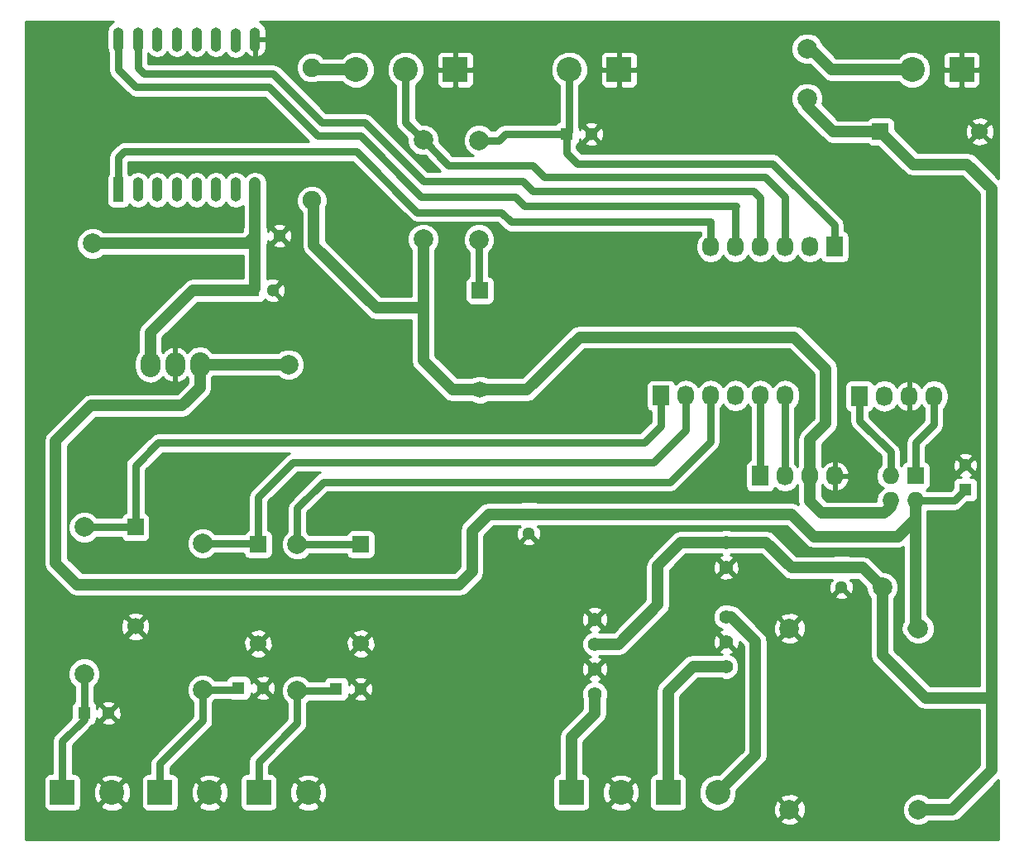
<source format=gbr>
G04 #@! TF.FileFunction,Copper,L2,Bot,Signal*
%FSLAX46Y46*%
G04 Gerber Fmt 4.6, Leading zero omitted, Abs format (unit mm)*
G04 Created by KiCad (PCBNEW 4.0.2+dfsg1-stable) date sáb 25 feb 2017 08:56:35 CET*
%MOMM*%
G01*
G04 APERTURE LIST*
%ADD10C,0.100000*%
%ADD11C,2.000000*%
%ADD12C,1.699260*%
%ADD13R,1.699260X1.699260*%
%ADD14R,1.300000X1.300000*%
%ADD15C,1.300000*%
%ADD16R,2.540000X2.540000*%
%ADD17C,2.540000*%
%ADD18C,1.998980*%
%ADD19C,1.400000*%
%ADD20O,2.032000X2.540000*%
%ADD21R,1.727200X2.032000*%
%ADD22O,1.727200X2.032000*%
%ADD23R,1.100000X2.500000*%
%ADD24O,1.100000X2.500000*%
%ADD25R,1.727200X1.727200*%
%ADD26O,1.727200X1.727200*%
%ADD27C,1.900000*%
%ADD28C,0.800000*%
%ADD29C,1.200000*%
%ADD30C,0.254000*%
G04 APERTURE END LIST*
D10*
D11*
X134500000Y-46260000D03*
X134489840Y-51340000D03*
D12*
X152160520Y-54747460D03*
D13*
X142000520Y-54747460D03*
D12*
X65752540Y-105410520D03*
D13*
X65752540Y-95250520D03*
D14*
X60500000Y-114250000D03*
D15*
X63000000Y-114250000D03*
D14*
X76300000Y-111700000D03*
D15*
X78800000Y-111700000D03*
D14*
X86300000Y-111800000D03*
D15*
X88800000Y-111800000D03*
D14*
X109900000Y-55000000D03*
D15*
X112400000Y-55000000D03*
D12*
X78302540Y-107160520D03*
D13*
X78302540Y-97000520D03*
D12*
X88802540Y-107160520D03*
D13*
X88802540Y-97000520D03*
D16*
X110360000Y-122400000D03*
D17*
X115440000Y-122400000D03*
D16*
X115240000Y-48400000D03*
D17*
X110160000Y-48400000D03*
D16*
X150340000Y-48400000D03*
D17*
X145260000Y-48400000D03*
D16*
X78360000Y-122400000D03*
D17*
X83440000Y-122400000D03*
D16*
X58260000Y-122400000D03*
D17*
X63340000Y-122400000D03*
D16*
X98480000Y-48400000D03*
D17*
X93400000Y-48400000D03*
X88320000Y-48400000D03*
D16*
X68260000Y-122400000D03*
D17*
X73340000Y-122400000D03*
D16*
X120260000Y-122400000D03*
D17*
X125340000Y-122400000D03*
D18*
X100900000Y-65800000D03*
X100900000Y-55640000D03*
X60500000Y-95250000D03*
X60500000Y-110250000D03*
X72650000Y-96895000D03*
X72650000Y-111895000D03*
X82300000Y-97000000D03*
X82300000Y-112000000D03*
X95200000Y-55600000D03*
X95200000Y-65760000D03*
D19*
X126200000Y-96800000D03*
X126200000Y-99340000D03*
X126200000Y-104420000D03*
X126200000Y-106960000D03*
X126200000Y-109500000D03*
X112760000Y-104660000D03*
X112760000Y-107200000D03*
X112760000Y-109740000D03*
X112760000Y-112280000D03*
D20*
X69800000Y-78600000D03*
X67260000Y-78600000D03*
X72340000Y-78600000D03*
D14*
X138000000Y-99400000D03*
D15*
X138000000Y-101400000D03*
D14*
X77800000Y-71000000D03*
D15*
X79800000Y-71000000D03*
D14*
X106000000Y-93900000D03*
D15*
X106000000Y-95900000D03*
D11*
X145904000Y-105602000D03*
X132696000Y-105602000D03*
X145904000Y-124144000D03*
X132696000Y-124144000D03*
D14*
X78000000Y-65400000D03*
D15*
X80500000Y-65400000D03*
D14*
X150700000Y-91400000D03*
D15*
X150700000Y-88900000D03*
D21*
X137330000Y-66540000D03*
D22*
X134790000Y-66540000D03*
X132250000Y-66540000D03*
X129710000Y-66540000D03*
X127170000Y-66540000D03*
X124630000Y-66540000D03*
D23*
X64000000Y-60700000D03*
D24*
X66000000Y-60700000D03*
X68000000Y-60700000D03*
X70000000Y-60700000D03*
X72000000Y-60700000D03*
X74000000Y-60700000D03*
X76000000Y-60700000D03*
X78000000Y-60700000D03*
X78000000Y-45300000D03*
X76000000Y-45400000D03*
X74000000Y-45300000D03*
X72000000Y-45300000D03*
X70000000Y-45300000D03*
X68000000Y-45300000D03*
X66000000Y-45300000D03*
X64000000Y-45300000D03*
D21*
X129700000Y-90000000D03*
D22*
X132240000Y-90000000D03*
X134780000Y-90000000D03*
X137320000Y-90000000D03*
D21*
X139860000Y-81820000D03*
D22*
X142400000Y-81820000D03*
X144940000Y-81820000D03*
X147480000Y-81820000D03*
D21*
X119550000Y-81780000D03*
D22*
X122090000Y-81780000D03*
X124630000Y-81780000D03*
X127170000Y-81780000D03*
X129710000Y-81780000D03*
X132250000Y-81780000D03*
D18*
X142200000Y-101400000D03*
X61350000Y-66210000D03*
X81400000Y-78600000D03*
D12*
X101002540Y-81160520D03*
D13*
X101002540Y-71000520D03*
D25*
X145600000Y-90000000D03*
D26*
X145600000Y-92540000D03*
X143060000Y-90000000D03*
X143060000Y-92540000D03*
D27*
X83800000Y-48200000D03*
X83800000Y-61800000D03*
D28*
X60500000Y-114250000D02*
X60500000Y-114900000D01*
X60500000Y-114900000D02*
X58260000Y-117140000D01*
X58260000Y-117140000D02*
X58260000Y-122400000D01*
X60500000Y-110250000D02*
X60500000Y-114250000D01*
X72650000Y-111895000D02*
X72650000Y-115050000D01*
X68260000Y-119440000D02*
X68260000Y-122400000D01*
X72650000Y-115050000D02*
X68260000Y-119440000D01*
X72650000Y-111895000D02*
X76105000Y-111895000D01*
X76105000Y-111895000D02*
X76300000Y-111700000D01*
X76105000Y-111895000D02*
X76300000Y-111700000D01*
X68350000Y-122310000D02*
X68260000Y-122400000D01*
X82300000Y-112000000D02*
X82300000Y-115300000D01*
X78360000Y-119240000D02*
X78360000Y-122400000D01*
X82300000Y-115300000D02*
X78360000Y-119240000D01*
X82300000Y-112000000D02*
X86100000Y-112000000D01*
X86100000Y-112000000D02*
X86300000Y-111800000D01*
D29*
X110360000Y-116740000D02*
X110360000Y-122400000D01*
X112760000Y-112280000D02*
X112760000Y-114340000D01*
X112760000Y-114340000D02*
X110360000Y-116740000D01*
X120260000Y-112040000D02*
X120260000Y-122400000D01*
X126200000Y-109500000D02*
X122800000Y-109500000D01*
X122800000Y-109500000D02*
X120260000Y-112040000D01*
X126200000Y-104420000D02*
X126720000Y-104420000D01*
X126720000Y-104420000D02*
X129200000Y-106900000D01*
X129200000Y-118540000D02*
X125340000Y-122400000D01*
X129200000Y-106900000D02*
X129200000Y-118540000D01*
D28*
X66000000Y-48200000D02*
X66000000Y-46000000D01*
X66600000Y-48800000D02*
X66000000Y-48200000D01*
X79800000Y-48800000D02*
X66600000Y-48800000D01*
X84800000Y-53800000D02*
X79800000Y-48800000D01*
X89200000Y-53800000D02*
X84800000Y-53800000D01*
X95200000Y-59800000D02*
X89200000Y-53800000D01*
X129710000Y-66540000D02*
X129710000Y-61510000D01*
X105400000Y-59800000D02*
X95200000Y-59800000D01*
X129710000Y-61510000D02*
X129000000Y-60800000D01*
X106400000Y-60800000D02*
X105400000Y-59800000D01*
X129000000Y-60800000D02*
X106400000Y-60800000D01*
X64000000Y-46000000D02*
X64000000Y-48400000D01*
X64000000Y-48400000D02*
X65800000Y-50200000D01*
X65800000Y-50200000D02*
X79400000Y-50200000D01*
X79400000Y-50200000D02*
X84400000Y-55200000D01*
X84400000Y-55200000D02*
X88800000Y-55200000D01*
X127170000Y-62430000D02*
X127170000Y-66540000D01*
X127200000Y-62400000D02*
X127170000Y-62430000D01*
X105600000Y-62400000D02*
X127200000Y-62400000D01*
X104600000Y-61400000D02*
X105600000Y-62400000D01*
X88800000Y-55200000D02*
X95000000Y-61400000D01*
X95000000Y-61400000D02*
X104600000Y-61400000D01*
D29*
X134489840Y-51340000D02*
X134489840Y-52089840D01*
X134489840Y-52089840D02*
X137147460Y-54747460D01*
X137147460Y-54747460D02*
X142000520Y-54747460D01*
X126200000Y-96800000D02*
X130300000Y-96800000D01*
X132900000Y-99400000D02*
X138000000Y-99400000D01*
X130300000Y-96800000D02*
X132900000Y-99400000D01*
X138000000Y-99400000D02*
X140200000Y-99400000D01*
X140200000Y-99400000D02*
X142200000Y-101400000D01*
X153400000Y-112700000D02*
X146600000Y-112700000D01*
X142200000Y-108300000D02*
X142200000Y-101400000D01*
X146600000Y-112700000D02*
X142200000Y-108300000D01*
X145904000Y-124144000D02*
X149356000Y-124144000D01*
X145353060Y-58100000D02*
X142000520Y-54747460D01*
X150900000Y-58100000D02*
X145353060Y-58100000D01*
X153400000Y-60600000D02*
X150900000Y-58100000D01*
X153400000Y-120100000D02*
X153400000Y-112700000D01*
X153400000Y-112700000D02*
X153400000Y-60600000D01*
X149356000Y-124144000D02*
X153400000Y-120100000D01*
X142200000Y-101400000D02*
X142200000Y-101600000D01*
X142200000Y-101400000D02*
X142200000Y-101800000D01*
X121600000Y-96800000D02*
X126200000Y-96800000D01*
X119200000Y-99200000D02*
X121600000Y-96800000D01*
X119200000Y-103200000D02*
X119200000Y-99200000D01*
X115200000Y-107200000D02*
X119200000Y-103200000D01*
X112760000Y-107200000D02*
X115200000Y-107200000D01*
X77800000Y-71000000D02*
X71600000Y-71000000D01*
X67260000Y-75340000D02*
X67260000Y-78600000D01*
X71600000Y-71000000D02*
X67260000Y-75340000D01*
X78000000Y-65400000D02*
X78000000Y-70800000D01*
X78000000Y-70800000D02*
X77800000Y-71000000D01*
X61350000Y-66210000D02*
X77190000Y-66210000D01*
X77190000Y-66210000D02*
X78000000Y-65400000D01*
X78000000Y-60000000D02*
X78000000Y-65400000D01*
X106000000Y-93900000D02*
X101900000Y-93900000D01*
X72340000Y-80960000D02*
X72340000Y-78600000D01*
X70500000Y-82800000D02*
X72340000Y-80960000D01*
X61200000Y-82800000D02*
X70500000Y-82800000D01*
X57600000Y-86400000D02*
X61200000Y-82800000D01*
X57600000Y-98900000D02*
X57600000Y-86400000D01*
X59800000Y-101100000D02*
X57600000Y-98900000D01*
X98900000Y-101100000D02*
X59800000Y-101100000D01*
X100200000Y-99800000D02*
X98900000Y-101100000D01*
X100200000Y-95600000D02*
X100200000Y-99800000D01*
X101900000Y-93900000D02*
X100200000Y-95600000D01*
X145600000Y-92540000D02*
X145600000Y-105298000D01*
X145600000Y-105298000D02*
X145904000Y-105602000D01*
X145600000Y-105356000D02*
X145354000Y-105602000D01*
D28*
X145600000Y-92540000D02*
X149560000Y-92540000D01*
D29*
X106000000Y-93900000D02*
X132000000Y-93900000D01*
X132000000Y-93900000D02*
X132900000Y-93900000D01*
X145600000Y-94400000D02*
X145600000Y-92540000D01*
X143800000Y-96200000D02*
X145600000Y-94400000D01*
X135200000Y-96200000D02*
X143800000Y-96200000D01*
X132900000Y-93900000D02*
X135200000Y-96200000D01*
X72340000Y-78600000D02*
X81400000Y-78600000D01*
D28*
X149560000Y-92540000D02*
X150700000Y-91400000D01*
D29*
X134500000Y-46260000D02*
X134860000Y-46260000D01*
X134860000Y-46260000D02*
X137000000Y-48400000D01*
X137000000Y-48400000D02*
X145260000Y-48400000D01*
X88320000Y-48400000D02*
X84000000Y-48400000D01*
X90400000Y-72800000D02*
X95200000Y-72800000D01*
X84000000Y-66400000D02*
X90400000Y-72800000D01*
X84000000Y-48400000D02*
X83800000Y-48200000D01*
X143060000Y-92540000D02*
X143060000Y-93140000D01*
X143060000Y-93140000D02*
X142400000Y-93800000D01*
X142400000Y-93800000D02*
X136000000Y-93800000D01*
X136000000Y-93800000D02*
X134780000Y-92580000D01*
X134780000Y-92580000D02*
X134780000Y-90000000D01*
X95200000Y-65760000D02*
X95200000Y-72800000D01*
X95200000Y-72800000D02*
X95200000Y-78200000D01*
X98160520Y-81160520D02*
X101002540Y-81160520D01*
X95200000Y-78200000D02*
X98160520Y-81160520D01*
X101002540Y-81160520D02*
X105839480Y-81160520D01*
X134780000Y-86220000D02*
X134780000Y-90000000D01*
X136400000Y-84600000D02*
X134780000Y-86220000D01*
X136400000Y-79000000D02*
X136400000Y-84600000D01*
X133200000Y-75800000D02*
X136400000Y-79000000D01*
X111200000Y-75800000D02*
X133200000Y-75800000D01*
X105839480Y-81160520D02*
X111200000Y-75800000D01*
X84000000Y-62000000D02*
X84000000Y-66400000D01*
X83800000Y-61800000D02*
X84000000Y-62000000D01*
D28*
X93400000Y-48400000D02*
X93400000Y-53800000D01*
X93400000Y-53800000D02*
X95200000Y-55600000D01*
X97800000Y-58200000D02*
X95200000Y-55600000D01*
X106400000Y-58200000D02*
X97800000Y-58200000D01*
X107600000Y-59400000D02*
X106400000Y-58200000D01*
X132250000Y-66540000D02*
X132250000Y-61450000D01*
X130200000Y-59400000D02*
X107600000Y-59400000D01*
X132250000Y-61450000D02*
X130200000Y-59400000D01*
X129710000Y-81780000D02*
X129710000Y-89990000D01*
X129710000Y-89990000D02*
X129700000Y-90000000D01*
X132250000Y-81780000D02*
X132250000Y-89990000D01*
X132250000Y-89990000D02*
X132240000Y-90000000D01*
X124630000Y-66540000D02*
X124630000Y-64030000D01*
X64000000Y-57400000D02*
X64000000Y-60000000D01*
X64600000Y-56800000D02*
X64000000Y-57400000D01*
X88400000Y-56800000D02*
X64600000Y-56800000D01*
X94600000Y-63000000D02*
X88400000Y-56800000D01*
X124600000Y-64000000D02*
X104200000Y-64000000D01*
X124630000Y-64030000D02*
X124600000Y-64000000D01*
X103200000Y-63000000D02*
X94600000Y-63000000D01*
X104200000Y-64000000D02*
X103200000Y-63000000D01*
X100900000Y-55640000D02*
X102960000Y-55640000D01*
X103600000Y-55000000D02*
X109900000Y-55000000D01*
X102960000Y-55640000D02*
X103600000Y-55000000D01*
X110160000Y-48400000D02*
X110160000Y-54740000D01*
X110160000Y-54740000D02*
X109900000Y-55000000D01*
X109900000Y-55000000D02*
X109900000Y-56900000D01*
X137330000Y-64330000D02*
X137330000Y-66540000D01*
X131000000Y-58000000D02*
X137330000Y-64330000D01*
X111000000Y-58000000D02*
X131000000Y-58000000D01*
X109900000Y-56900000D02*
X111000000Y-58000000D01*
X119550000Y-81780000D02*
X119550000Y-84850000D01*
X65752540Y-88947460D02*
X65752540Y-95250520D01*
X68100000Y-86600000D02*
X65752540Y-88947460D01*
X117800000Y-86600000D02*
X68100000Y-86600000D01*
X119550000Y-84850000D02*
X117800000Y-86600000D01*
X60500000Y-95250000D02*
X65752020Y-95250000D01*
X65752020Y-95250000D02*
X65752540Y-95250520D01*
X122090000Y-81780000D02*
X122090000Y-85310000D01*
X78302540Y-92197460D02*
X78302540Y-97000520D01*
X81900000Y-88600000D02*
X78302540Y-92197460D01*
X118800000Y-88600000D02*
X81900000Y-88600000D01*
X122090000Y-85310000D02*
X118800000Y-88600000D01*
X72650000Y-96895000D02*
X78197020Y-96895000D01*
X78197020Y-96895000D02*
X78302540Y-97000520D01*
X124630000Y-81780000D02*
X124630000Y-86470000D01*
X82300000Y-93300000D02*
X82300000Y-97000000D01*
X85000000Y-90600000D02*
X82300000Y-93300000D01*
X120500000Y-90600000D02*
X85000000Y-90600000D01*
X124630000Y-86470000D02*
X120500000Y-90600000D01*
X82300000Y-97000000D02*
X88802020Y-97000000D01*
X88802020Y-97000000D02*
X88802540Y-97000520D01*
X100900000Y-65800000D02*
X100900000Y-70897980D01*
X100900000Y-70897980D02*
X101002540Y-71000520D01*
X139860000Y-81820000D02*
X139860000Y-84340000D01*
X143060000Y-87540000D02*
X143060000Y-90000000D01*
X139860000Y-84340000D02*
X143060000Y-87540000D01*
X147480000Y-81820000D02*
X147480000Y-84720000D01*
X145600000Y-86600000D02*
X145600000Y-90000000D01*
X147480000Y-84720000D02*
X145600000Y-86600000D01*
D30*
G36*
X63162078Y-43725149D02*
X62905203Y-44109591D01*
X62815000Y-44563071D01*
X62815000Y-46036929D01*
X62905203Y-46490409D01*
X62965000Y-46579902D01*
X62965000Y-48399995D01*
X62964999Y-48400000D01*
X63043785Y-48796077D01*
X63268144Y-49131856D01*
X65068142Y-50931853D01*
X65068144Y-50931856D01*
X65269429Y-51066349D01*
X65403922Y-51156215D01*
X65800000Y-51235000D01*
X78971288Y-51235000D01*
X83501289Y-55765000D01*
X64600005Y-55765000D01*
X64600000Y-55764999D01*
X64203923Y-55843785D01*
X63868144Y-56068144D01*
X63868142Y-56068147D01*
X63268144Y-56668144D01*
X63043785Y-57003923D01*
X62964999Y-57400000D01*
X62965000Y-57400005D01*
X62965000Y-59035025D01*
X62853569Y-59198110D01*
X62802560Y-59450000D01*
X62802560Y-61950000D01*
X62846838Y-62185317D01*
X62985910Y-62401441D01*
X63198110Y-62546431D01*
X63450000Y-62597440D01*
X64550000Y-62597440D01*
X64785317Y-62553162D01*
X65001441Y-62414090D01*
X65129694Y-62226385D01*
X65162078Y-62274851D01*
X65546520Y-62531726D01*
X66000000Y-62621929D01*
X66453480Y-62531726D01*
X66837922Y-62274851D01*
X67000000Y-62032283D01*
X67162078Y-62274851D01*
X67546520Y-62531726D01*
X68000000Y-62621929D01*
X68453480Y-62531726D01*
X68837922Y-62274851D01*
X69000000Y-62032283D01*
X69162078Y-62274851D01*
X69546520Y-62531726D01*
X70000000Y-62621929D01*
X70453480Y-62531726D01*
X70837922Y-62274851D01*
X71000000Y-62032283D01*
X71162078Y-62274851D01*
X71546520Y-62531726D01*
X72000000Y-62621929D01*
X72453480Y-62531726D01*
X72837922Y-62274851D01*
X73000000Y-62032283D01*
X73162078Y-62274851D01*
X73546520Y-62531726D01*
X74000000Y-62621929D01*
X74453480Y-62531726D01*
X74837922Y-62274851D01*
X75000000Y-62032283D01*
X75162078Y-62274851D01*
X75546520Y-62531726D01*
X76000000Y-62621929D01*
X76453480Y-62531726D01*
X76765000Y-62323576D01*
X76765000Y-64481380D01*
X76753569Y-64498110D01*
X76702560Y-64750000D01*
X76702560Y-64950886D01*
X76678446Y-64975000D01*
X62426658Y-64975000D01*
X62277073Y-64825154D01*
X61676547Y-64575794D01*
X61026306Y-64575226D01*
X60425345Y-64823538D01*
X59965154Y-65282927D01*
X59715794Y-65883453D01*
X59715226Y-66533694D01*
X59963538Y-67134655D01*
X60422927Y-67594846D01*
X61023453Y-67844206D01*
X61673694Y-67844774D01*
X62274655Y-67596462D01*
X62426381Y-67445000D01*
X76765000Y-67445000D01*
X76765000Y-69765000D01*
X71600000Y-69765000D01*
X71127386Y-69859009D01*
X70726723Y-70126723D01*
X66386723Y-74466723D01*
X66119009Y-74867386D01*
X66025000Y-75340000D01*
X66025000Y-77242367D01*
X65734675Y-77676869D01*
X65609000Y-78308679D01*
X65609000Y-78891321D01*
X65734675Y-79523131D01*
X66092567Y-80058754D01*
X66628190Y-80416646D01*
X67260000Y-80542321D01*
X67891810Y-80416646D01*
X68427433Y-80058754D01*
X68544054Y-79884219D01*
X68722370Y-80111236D01*
X69285523Y-80427926D01*
X69417056Y-80459975D01*
X69673000Y-80340836D01*
X69673000Y-78727000D01*
X69653000Y-78727000D01*
X69653000Y-78473000D01*
X69673000Y-78473000D01*
X69673000Y-76859164D01*
X69417056Y-76740025D01*
X69285523Y-76772074D01*
X68722370Y-77088764D01*
X68544054Y-77315781D01*
X68495000Y-77242367D01*
X68495000Y-75851554D01*
X72111554Y-72235000D01*
X76881380Y-72235000D01*
X76898110Y-72246431D01*
X77150000Y-72297440D01*
X78450000Y-72297440D01*
X78685317Y-72253162D01*
X78901441Y-72114090D01*
X78978937Y-72000671D01*
X79080590Y-71899018D01*
X79136271Y-72129611D01*
X79619078Y-72297622D01*
X80129428Y-72268083D01*
X80463729Y-72129611D01*
X80519410Y-71899016D01*
X79800000Y-71179605D01*
X79785858Y-71193748D01*
X79606252Y-71014142D01*
X79620395Y-71000000D01*
X79979605Y-71000000D01*
X80699016Y-71719410D01*
X80929611Y-71663729D01*
X81097622Y-71180922D01*
X81068083Y-70670572D01*
X80929611Y-70336271D01*
X80699016Y-70280590D01*
X79979605Y-71000000D01*
X79620395Y-71000000D01*
X79606252Y-70985858D01*
X79785858Y-70806252D01*
X79800000Y-70820395D01*
X80519410Y-70100984D01*
X80463729Y-69870389D01*
X79980922Y-69702378D01*
X79470572Y-69731917D01*
X79235000Y-69829494D01*
X79235000Y-66318620D01*
X79246431Y-66301890D01*
X79247012Y-66299016D01*
X79780590Y-66299016D01*
X79836271Y-66529611D01*
X80319078Y-66697622D01*
X80829428Y-66668083D01*
X81163729Y-66529611D01*
X81219410Y-66299016D01*
X80500000Y-65579605D01*
X79780590Y-66299016D01*
X79247012Y-66299016D01*
X79297440Y-66050000D01*
X79297440Y-65887615D01*
X79370389Y-66063729D01*
X79600984Y-66119410D01*
X80320395Y-65400000D01*
X80679605Y-65400000D01*
X81399016Y-66119410D01*
X81629611Y-66063729D01*
X81797622Y-65580922D01*
X81768083Y-65070572D01*
X81629611Y-64736271D01*
X81399016Y-64680590D01*
X80679605Y-65400000D01*
X80320395Y-65400000D01*
X79600984Y-64680590D01*
X79370389Y-64736271D01*
X79297440Y-64945902D01*
X79297440Y-64750000D01*
X79253162Y-64514683D01*
X79244348Y-64500984D01*
X79780590Y-64500984D01*
X80500000Y-65220395D01*
X81219410Y-64500984D01*
X81163729Y-64270389D01*
X80680922Y-64102378D01*
X80170572Y-64131917D01*
X79836271Y-64270389D01*
X79780590Y-64500984D01*
X79244348Y-64500984D01*
X79235000Y-64486458D01*
X79235000Y-60000000D01*
X79140991Y-59527386D01*
X78873277Y-59126723D01*
X78472614Y-58859009D01*
X78000000Y-58765000D01*
X77527386Y-58859009D01*
X77126723Y-59126723D01*
X76982848Y-59342047D01*
X76837922Y-59125149D01*
X76453480Y-58868274D01*
X76000000Y-58778071D01*
X75546520Y-58868274D01*
X75162078Y-59125149D01*
X75000000Y-59367717D01*
X74837922Y-59125149D01*
X74453480Y-58868274D01*
X74000000Y-58778071D01*
X73546520Y-58868274D01*
X73162078Y-59125149D01*
X73000000Y-59367717D01*
X72837922Y-59125149D01*
X72453480Y-58868274D01*
X72000000Y-58778071D01*
X71546520Y-58868274D01*
X71162078Y-59125149D01*
X71000000Y-59367717D01*
X70837922Y-59125149D01*
X70453480Y-58868274D01*
X70000000Y-58778071D01*
X69546520Y-58868274D01*
X69162078Y-59125149D01*
X69000000Y-59367717D01*
X68837922Y-59125149D01*
X68453480Y-58868274D01*
X68000000Y-58778071D01*
X67546520Y-58868274D01*
X67162078Y-59125149D01*
X67000000Y-59367717D01*
X66837922Y-59125149D01*
X66453480Y-58868274D01*
X66000000Y-58778071D01*
X65546520Y-58868274D01*
X65162078Y-59125149D01*
X65128187Y-59175871D01*
X65035000Y-59031054D01*
X65035000Y-57835000D01*
X87971288Y-57835000D01*
X93868142Y-63731853D01*
X93868144Y-63731856D01*
X94203923Y-63956215D01*
X94600000Y-64035001D01*
X94600005Y-64035000D01*
X102771288Y-64035000D01*
X103468142Y-64731853D01*
X103468144Y-64731856D01*
X103750977Y-64920838D01*
X103803923Y-64956215D01*
X104200000Y-65035001D01*
X104200005Y-65035000D01*
X123595000Y-65035000D01*
X123595000Y-65279101D01*
X123570330Y-65295585D01*
X123245474Y-65781766D01*
X123131400Y-66355255D01*
X123131400Y-66724745D01*
X123245474Y-67298234D01*
X123570330Y-67784415D01*
X124056511Y-68109271D01*
X124630000Y-68223345D01*
X125203489Y-68109271D01*
X125689670Y-67784415D01*
X125900000Y-67469634D01*
X126110330Y-67784415D01*
X126596511Y-68109271D01*
X127170000Y-68223345D01*
X127743489Y-68109271D01*
X128229670Y-67784415D01*
X128440000Y-67469634D01*
X128650330Y-67784415D01*
X129136511Y-68109271D01*
X129710000Y-68223345D01*
X130283489Y-68109271D01*
X130769670Y-67784415D01*
X130980000Y-67469634D01*
X131190330Y-67784415D01*
X131676511Y-68109271D01*
X132250000Y-68223345D01*
X132823489Y-68109271D01*
X133309670Y-67784415D01*
X133520000Y-67469634D01*
X133730330Y-67784415D01*
X134216511Y-68109271D01*
X134790000Y-68223345D01*
X135363489Y-68109271D01*
X135849670Y-67784415D01*
X135859243Y-67770087D01*
X135863238Y-67791317D01*
X136002310Y-68007441D01*
X136214510Y-68152431D01*
X136466400Y-68203440D01*
X138193600Y-68203440D01*
X138428917Y-68159162D01*
X138645041Y-68020090D01*
X138790031Y-67807890D01*
X138841040Y-67556000D01*
X138841040Y-65524000D01*
X138796762Y-65288683D01*
X138657690Y-65072559D01*
X138445490Y-64927569D01*
X138365000Y-64911269D01*
X138365000Y-64330005D01*
X138365001Y-64330000D01*
X138286215Y-63933923D01*
X138151198Y-63731855D01*
X138061856Y-63598144D01*
X138061853Y-63598142D01*
X131731856Y-57268144D01*
X131396077Y-57043785D01*
X131000000Y-56964999D01*
X130999995Y-56965000D01*
X111428711Y-56965000D01*
X110935000Y-56471288D01*
X110935000Y-56156844D01*
X111001441Y-56114090D01*
X111146431Y-55901890D01*
X111147012Y-55899016D01*
X111680590Y-55899016D01*
X111736271Y-56129611D01*
X112219078Y-56297622D01*
X112729428Y-56268083D01*
X113063729Y-56129611D01*
X113119410Y-55899016D01*
X112400000Y-55179605D01*
X111680590Y-55899016D01*
X111147012Y-55899016D01*
X111197440Y-55650000D01*
X111197440Y-55487615D01*
X111270389Y-55663729D01*
X111500984Y-55719410D01*
X112220395Y-55000000D01*
X112579605Y-55000000D01*
X113299016Y-55719410D01*
X113529611Y-55663729D01*
X113697622Y-55180922D01*
X113668083Y-54670572D01*
X113529611Y-54336271D01*
X113299016Y-54280590D01*
X112579605Y-55000000D01*
X112220395Y-55000000D01*
X111500984Y-54280590D01*
X111270389Y-54336271D01*
X111197440Y-54545902D01*
X111197440Y-54350000D01*
X111195000Y-54337033D01*
X111195000Y-54100984D01*
X111680590Y-54100984D01*
X112400000Y-54820395D01*
X113119410Y-54100984D01*
X113063729Y-53870389D01*
X112580922Y-53702378D01*
X112070572Y-53731917D01*
X111736271Y-53870389D01*
X111680590Y-54100984D01*
X111195000Y-54100984D01*
X111195000Y-50033559D01*
X111237686Y-50015922D01*
X111774039Y-49480505D01*
X112064668Y-48780590D01*
X112064750Y-48685750D01*
X113335000Y-48685750D01*
X113335000Y-49796310D01*
X113431673Y-50029699D01*
X113610302Y-50208327D01*
X113843691Y-50305000D01*
X114954250Y-50305000D01*
X115113000Y-50146250D01*
X115113000Y-48527000D01*
X115367000Y-48527000D01*
X115367000Y-50146250D01*
X115525750Y-50305000D01*
X116636309Y-50305000D01*
X116869698Y-50208327D01*
X117048327Y-50029699D01*
X117145000Y-49796310D01*
X117145000Y-48685750D01*
X116986250Y-48527000D01*
X115367000Y-48527000D01*
X115113000Y-48527000D01*
X113493750Y-48527000D01*
X113335000Y-48685750D01*
X112064750Y-48685750D01*
X112065330Y-48022735D01*
X111775922Y-47322314D01*
X111457855Y-47003690D01*
X113335000Y-47003690D01*
X113335000Y-48114250D01*
X113493750Y-48273000D01*
X115113000Y-48273000D01*
X115113000Y-46653750D01*
X115367000Y-46653750D01*
X115367000Y-48273000D01*
X116986250Y-48273000D01*
X117145000Y-48114250D01*
X117145000Y-47003690D01*
X117048327Y-46770301D01*
X116869698Y-46591673D01*
X116850679Y-46583795D01*
X132864716Y-46583795D01*
X133113106Y-47184943D01*
X133572637Y-47645278D01*
X134173352Y-47894716D01*
X134748664Y-47895218D01*
X136126723Y-49273277D01*
X136527386Y-49540991D01*
X137000000Y-49635000D01*
X143801117Y-49635000D01*
X144179495Y-50014039D01*
X144879410Y-50304668D01*
X145637265Y-50305330D01*
X146337686Y-50015922D01*
X146874039Y-49480505D01*
X147164668Y-48780590D01*
X147164750Y-48685750D01*
X148435000Y-48685750D01*
X148435000Y-49796310D01*
X148531673Y-50029699D01*
X148710302Y-50208327D01*
X148943691Y-50305000D01*
X150054250Y-50305000D01*
X150213000Y-50146250D01*
X150213000Y-48527000D01*
X150467000Y-48527000D01*
X150467000Y-50146250D01*
X150625750Y-50305000D01*
X151736309Y-50305000D01*
X151969698Y-50208327D01*
X152148327Y-50029699D01*
X152245000Y-49796310D01*
X152245000Y-48685750D01*
X152086250Y-48527000D01*
X150467000Y-48527000D01*
X150213000Y-48527000D01*
X148593750Y-48527000D01*
X148435000Y-48685750D01*
X147164750Y-48685750D01*
X147165330Y-48022735D01*
X146875922Y-47322314D01*
X146557855Y-47003690D01*
X148435000Y-47003690D01*
X148435000Y-48114250D01*
X148593750Y-48273000D01*
X150213000Y-48273000D01*
X150213000Y-46653750D01*
X150467000Y-46653750D01*
X150467000Y-48273000D01*
X152086250Y-48273000D01*
X152245000Y-48114250D01*
X152245000Y-47003690D01*
X152148327Y-46770301D01*
X151969698Y-46591673D01*
X151736309Y-46495000D01*
X150625750Y-46495000D01*
X150467000Y-46653750D01*
X150213000Y-46653750D01*
X150054250Y-46495000D01*
X148943691Y-46495000D01*
X148710302Y-46591673D01*
X148531673Y-46770301D01*
X148435000Y-47003690D01*
X146557855Y-47003690D01*
X146340505Y-46785961D01*
X145640590Y-46495332D01*
X144882735Y-46494670D01*
X144182314Y-46784078D01*
X143800726Y-47165000D01*
X137511554Y-47165000D01*
X136031441Y-45684887D01*
X135886894Y-45335057D01*
X135427363Y-44874722D01*
X134826648Y-44625284D01*
X134176205Y-44624716D01*
X133575057Y-44873106D01*
X133114722Y-45332637D01*
X132865284Y-45933352D01*
X132864716Y-46583795D01*
X116850679Y-46583795D01*
X116636309Y-46495000D01*
X115525750Y-46495000D01*
X115367000Y-46653750D01*
X115113000Y-46653750D01*
X114954250Y-46495000D01*
X113843691Y-46495000D01*
X113610302Y-46591673D01*
X113431673Y-46770301D01*
X113335000Y-47003690D01*
X111457855Y-47003690D01*
X111240505Y-46785961D01*
X110540590Y-46495332D01*
X109782735Y-46494670D01*
X109082314Y-46784078D01*
X108545961Y-47319495D01*
X108255332Y-48019410D01*
X108254670Y-48777265D01*
X108544078Y-49477686D01*
X109079495Y-50014039D01*
X109125000Y-50032934D01*
X109125000Y-53726080D01*
X109014683Y-53746838D01*
X108798559Y-53885910D01*
X108744519Y-53965000D01*
X103600005Y-53965000D01*
X103600000Y-53964999D01*
X103203923Y-54043785D01*
X102868144Y-54268144D01*
X102868142Y-54268147D01*
X102531288Y-54605000D01*
X102176309Y-54605000D01*
X101827073Y-54255154D01*
X101226547Y-54005794D01*
X100576306Y-54005226D01*
X99975345Y-54253538D01*
X99515154Y-54712927D01*
X99265794Y-55313453D01*
X99265226Y-55963694D01*
X99513538Y-56564655D01*
X99972927Y-57024846D01*
X100310456Y-57165000D01*
X98228711Y-57165000D01*
X96834342Y-55770631D01*
X96834774Y-55276306D01*
X96586462Y-54675345D01*
X96127073Y-54215154D01*
X95526547Y-53965794D01*
X95029071Y-53965359D01*
X94435000Y-53371288D01*
X94435000Y-50033559D01*
X94477686Y-50015922D01*
X95014039Y-49480505D01*
X95304668Y-48780590D01*
X95304750Y-48685750D01*
X96575000Y-48685750D01*
X96575000Y-49796310D01*
X96671673Y-50029699D01*
X96850302Y-50208327D01*
X97083691Y-50305000D01*
X98194250Y-50305000D01*
X98353000Y-50146250D01*
X98353000Y-48527000D01*
X98607000Y-48527000D01*
X98607000Y-50146250D01*
X98765750Y-50305000D01*
X99876309Y-50305000D01*
X100109698Y-50208327D01*
X100288327Y-50029699D01*
X100385000Y-49796310D01*
X100385000Y-48685750D01*
X100226250Y-48527000D01*
X98607000Y-48527000D01*
X98353000Y-48527000D01*
X96733750Y-48527000D01*
X96575000Y-48685750D01*
X95304750Y-48685750D01*
X95305330Y-48022735D01*
X95015922Y-47322314D01*
X94697855Y-47003690D01*
X96575000Y-47003690D01*
X96575000Y-48114250D01*
X96733750Y-48273000D01*
X98353000Y-48273000D01*
X98353000Y-46653750D01*
X98607000Y-46653750D01*
X98607000Y-48273000D01*
X100226250Y-48273000D01*
X100385000Y-48114250D01*
X100385000Y-47003690D01*
X100288327Y-46770301D01*
X100109698Y-46591673D01*
X99876309Y-46495000D01*
X98765750Y-46495000D01*
X98607000Y-46653750D01*
X98353000Y-46653750D01*
X98194250Y-46495000D01*
X97083691Y-46495000D01*
X96850302Y-46591673D01*
X96671673Y-46770301D01*
X96575000Y-47003690D01*
X94697855Y-47003690D01*
X94480505Y-46785961D01*
X93780590Y-46495332D01*
X93022735Y-46494670D01*
X92322314Y-46784078D01*
X91785961Y-47319495D01*
X91495332Y-48019410D01*
X91494670Y-48777265D01*
X91784078Y-49477686D01*
X92319495Y-50014039D01*
X92365000Y-50032934D01*
X92365000Y-53799995D01*
X92364999Y-53800000D01*
X92443785Y-54196077D01*
X92668144Y-54531856D01*
X93565658Y-55429369D01*
X93565226Y-55923694D01*
X93813538Y-56524655D01*
X94272927Y-56984846D01*
X94873453Y-57234206D01*
X95370929Y-57234641D01*
X96901289Y-58765000D01*
X95628711Y-58765000D01*
X89931856Y-53068144D01*
X89596077Y-52843785D01*
X89200000Y-52764999D01*
X89199995Y-52765000D01*
X85228711Y-52765000D01*
X80977605Y-48513893D01*
X82214725Y-48513893D01*
X82455519Y-49096657D01*
X82900997Y-49542914D01*
X83483341Y-49784724D01*
X84113893Y-49785275D01*
X84477585Y-49635000D01*
X86861117Y-49635000D01*
X87239495Y-50014039D01*
X87939410Y-50304668D01*
X88697265Y-50305330D01*
X89397686Y-50015922D01*
X89934039Y-49480505D01*
X90224668Y-48780590D01*
X90225330Y-48022735D01*
X89935922Y-47322314D01*
X89400505Y-46785961D01*
X88700590Y-46495332D01*
X87942735Y-46494670D01*
X87242314Y-46784078D01*
X86860726Y-47165000D01*
X85006379Y-47165000D01*
X84699003Y-46857086D01*
X84116659Y-46615276D01*
X83486107Y-46614725D01*
X82903343Y-46855519D01*
X82457086Y-47300997D01*
X82215276Y-47883341D01*
X82214725Y-48513893D01*
X80977605Y-48513893D01*
X80531856Y-48068144D01*
X80196077Y-47843785D01*
X79800000Y-47764999D01*
X79799995Y-47765000D01*
X67035000Y-47765000D01*
X67035000Y-46684665D01*
X67162078Y-46874851D01*
X67546520Y-47131726D01*
X68000000Y-47221929D01*
X68453480Y-47131726D01*
X68837922Y-46874851D01*
X69000000Y-46632283D01*
X69162078Y-46874851D01*
X69546520Y-47131726D01*
X70000000Y-47221929D01*
X70453480Y-47131726D01*
X70837922Y-46874851D01*
X71000000Y-46632283D01*
X71162078Y-46874851D01*
X71546520Y-47131726D01*
X72000000Y-47221929D01*
X72453480Y-47131726D01*
X72837922Y-46874851D01*
X73000000Y-46632283D01*
X73162078Y-46874851D01*
X73546520Y-47131726D01*
X74000000Y-47221929D01*
X74453480Y-47131726D01*
X74837922Y-46874851D01*
X74966591Y-46682283D01*
X75162078Y-46974851D01*
X75546520Y-47231726D01*
X76000000Y-47321929D01*
X76453480Y-47231726D01*
X76837922Y-46974851D01*
X77039405Y-46673309D01*
X77251882Y-46927724D01*
X77663854Y-47143398D01*
X77690256Y-47143803D01*
X77873000Y-47018361D01*
X77873000Y-45427000D01*
X78127000Y-45427000D01*
X78127000Y-47018361D01*
X78309744Y-47143803D01*
X78336146Y-47143398D01*
X78748118Y-46927724D01*
X79046196Y-46570813D01*
X79185000Y-46127000D01*
X79185000Y-45427000D01*
X78127000Y-45427000D01*
X77873000Y-45427000D01*
X77853000Y-45427000D01*
X77853000Y-45173000D01*
X77873000Y-45173000D01*
X77873000Y-45153000D01*
X78127000Y-45153000D01*
X78127000Y-45173000D01*
X79185000Y-45173000D01*
X79185000Y-44473000D01*
X79046196Y-44029187D01*
X78748118Y-43672276D01*
X78438145Y-43510000D01*
X154090000Y-43510000D01*
X154090000Y-59543446D01*
X151773277Y-57226723D01*
X151372614Y-56959009D01*
X150900000Y-56865000D01*
X145864614Y-56865000D01*
X144790764Y-55791150D01*
X151296435Y-55791150D01*
X151376662Y-56042413D01*
X151931887Y-56243810D01*
X152521919Y-56217401D01*
X152944378Y-56042413D01*
X153024605Y-55791150D01*
X152160520Y-54927065D01*
X151296435Y-55791150D01*
X144790764Y-55791150D01*
X143518441Y-54518827D01*
X150664170Y-54518827D01*
X150690579Y-55108859D01*
X150865567Y-55531318D01*
X151116830Y-55611545D01*
X151980915Y-54747460D01*
X152340125Y-54747460D01*
X153204210Y-55611545D01*
X153455473Y-55531318D01*
X153656870Y-54976093D01*
X153630461Y-54386061D01*
X153455473Y-53963602D01*
X153204210Y-53883375D01*
X152340125Y-54747460D01*
X151980915Y-54747460D01*
X151116830Y-53883375D01*
X150865567Y-53963602D01*
X150664170Y-54518827D01*
X143518441Y-54518827D01*
X143497590Y-54497976D01*
X143497590Y-53897830D01*
X143461076Y-53703770D01*
X151296435Y-53703770D01*
X152160520Y-54567855D01*
X153024605Y-53703770D01*
X152944378Y-53452507D01*
X152389153Y-53251110D01*
X151799121Y-53277519D01*
X151376662Y-53452507D01*
X151296435Y-53703770D01*
X143461076Y-53703770D01*
X143453312Y-53662513D01*
X143314240Y-53446389D01*
X143102040Y-53301399D01*
X142850150Y-53250390D01*
X141150890Y-53250390D01*
X140915573Y-53294668D01*
X140699449Y-53433740D01*
X140645662Y-53512460D01*
X137659014Y-53512460D01*
X136033204Y-51886650D01*
X136124556Y-51666648D01*
X136125124Y-51016205D01*
X135876734Y-50415057D01*
X135417203Y-49954722D01*
X134816488Y-49705284D01*
X134166045Y-49704716D01*
X133564897Y-49953106D01*
X133104562Y-50412637D01*
X132855124Y-51013352D01*
X132854556Y-51663795D01*
X133102946Y-52264943D01*
X133336136Y-52498541D01*
X133348849Y-52562454D01*
X133616563Y-52963117D01*
X136274183Y-55620737D01*
X136674846Y-55888451D01*
X137147460Y-55982460D01*
X140644284Y-55982460D01*
X140686800Y-56048531D01*
X140899000Y-56193521D01*
X141150890Y-56244530D01*
X141751036Y-56244530D01*
X144479783Y-58973277D01*
X144880446Y-59240991D01*
X145353060Y-59335001D01*
X145353065Y-59335000D01*
X150388446Y-59335000D01*
X152165000Y-61111554D01*
X152165000Y-111465000D01*
X147111554Y-111465000D01*
X143435000Y-107788446D01*
X143435000Y-102476658D01*
X143584846Y-102327073D01*
X143834206Y-101726547D01*
X143834774Y-101076306D01*
X143586462Y-100475345D01*
X143127073Y-100015154D01*
X142526547Y-99765794D01*
X142312161Y-99765607D01*
X141073277Y-98526723D01*
X140672614Y-98259009D01*
X140200000Y-98165000D01*
X138918620Y-98165000D01*
X138901890Y-98153569D01*
X138650000Y-98102560D01*
X137350000Y-98102560D01*
X137114683Y-98146838D01*
X137086458Y-98165000D01*
X133411554Y-98165000D01*
X131173277Y-95926723D01*
X130772614Y-95659009D01*
X130300000Y-95565000D01*
X126706981Y-95565000D01*
X126466713Y-95465232D01*
X125935617Y-95464769D01*
X125693039Y-95565000D01*
X121600000Y-95565000D01*
X121127386Y-95659009D01*
X120726723Y-95926723D01*
X118326723Y-98326723D01*
X118059009Y-98727386D01*
X117965000Y-99200000D01*
X117965000Y-102688446D01*
X114688446Y-105965000D01*
X113266981Y-105965000D01*
X113198788Y-105936684D01*
X113453831Y-105831042D01*
X113515669Y-105595275D01*
X112760000Y-104839605D01*
X112004331Y-105595275D01*
X112066169Y-105831042D01*
X112342111Y-105928196D01*
X112004771Y-106067582D01*
X111628902Y-106442796D01*
X111425232Y-106933287D01*
X111424769Y-107464383D01*
X111627582Y-107955229D01*
X112002796Y-108331098D01*
X112321212Y-108463316D01*
X112066169Y-108568958D01*
X112004331Y-108804725D01*
X112760000Y-109560395D01*
X113515669Y-108804725D01*
X113453831Y-108568958D01*
X113177889Y-108471804D01*
X113266961Y-108435000D01*
X115200000Y-108435000D01*
X115672614Y-108340991D01*
X116073277Y-108073277D01*
X117379432Y-106767122D01*
X124852581Y-106767122D01*
X124881336Y-107297440D01*
X125028958Y-107653831D01*
X125264725Y-107715669D01*
X126020395Y-106960000D01*
X125264725Y-106204331D01*
X125028958Y-106266169D01*
X124852581Y-106767122D01*
X117379432Y-106767122D01*
X120073277Y-104073277D01*
X120340991Y-103672614D01*
X120435000Y-103200000D01*
X120435000Y-102299016D01*
X137280590Y-102299016D01*
X137336271Y-102529611D01*
X137819078Y-102697622D01*
X138329428Y-102668083D01*
X138663729Y-102529611D01*
X138719410Y-102299016D01*
X138000000Y-101579605D01*
X137280590Y-102299016D01*
X120435000Y-102299016D01*
X120435000Y-100275275D01*
X125444331Y-100275275D01*
X125506169Y-100511042D01*
X126007122Y-100687419D01*
X126537440Y-100658664D01*
X126893831Y-100511042D01*
X126955669Y-100275275D01*
X126200000Y-99519605D01*
X125444331Y-100275275D01*
X120435000Y-100275275D01*
X120435000Y-99711554D01*
X120999432Y-99147122D01*
X124852581Y-99147122D01*
X124881336Y-99677440D01*
X125028958Y-100033831D01*
X125264725Y-100095669D01*
X126020395Y-99340000D01*
X126379605Y-99340000D01*
X127135275Y-100095669D01*
X127371042Y-100033831D01*
X127547419Y-99532878D01*
X127518664Y-99002560D01*
X127371042Y-98646169D01*
X127135275Y-98584331D01*
X126379605Y-99340000D01*
X126020395Y-99340000D01*
X125264725Y-98584331D01*
X125028958Y-98646169D01*
X124852581Y-99147122D01*
X120999432Y-99147122D01*
X122111554Y-98035000D01*
X125693019Y-98035000D01*
X125761212Y-98063316D01*
X125506169Y-98168958D01*
X125444331Y-98404725D01*
X126200000Y-99160395D01*
X126955669Y-98404725D01*
X126893831Y-98168958D01*
X126617889Y-98071804D01*
X126706961Y-98035000D01*
X129788446Y-98035000D01*
X132026723Y-100273277D01*
X132427386Y-100540991D01*
X132900000Y-100635000D01*
X137055392Y-100635000D01*
X137100982Y-100680590D01*
X136870389Y-100736271D01*
X136702378Y-101219078D01*
X136731917Y-101729428D01*
X136870389Y-102063729D01*
X137100984Y-102119410D01*
X137820395Y-101400000D01*
X137806252Y-101385858D01*
X137985858Y-101206252D01*
X138000000Y-101220395D01*
X138014142Y-101206252D01*
X138193748Y-101385858D01*
X138179605Y-101400000D01*
X138899016Y-102119410D01*
X139129611Y-102063729D01*
X139297622Y-101580922D01*
X139268083Y-101070572D01*
X139129611Y-100736271D01*
X138899018Y-100680590D01*
X138944608Y-100635000D01*
X139688446Y-100635000D01*
X140565411Y-101511965D01*
X140565226Y-101723694D01*
X140813538Y-102324655D01*
X140965000Y-102476381D01*
X140965000Y-108300000D01*
X141059009Y-108772614D01*
X141326723Y-109173277D01*
X145726723Y-113573277D01*
X146127386Y-113840991D01*
X146600000Y-113935000D01*
X152165000Y-113935000D01*
X152165000Y-119588446D01*
X148844446Y-122909000D01*
X146981379Y-122909000D01*
X146831363Y-122758722D01*
X146230648Y-122509284D01*
X145580205Y-122508716D01*
X144979057Y-122757106D01*
X144518722Y-123216637D01*
X144269284Y-123817352D01*
X144268716Y-124467795D01*
X144517106Y-125068943D01*
X144976637Y-125529278D01*
X145577352Y-125778716D01*
X146227795Y-125779284D01*
X146828943Y-125530894D01*
X146981103Y-125379000D01*
X149356000Y-125379000D01*
X149828614Y-125284991D01*
X150229277Y-125017277D01*
X154090000Y-121156554D01*
X154090000Y-127190000D01*
X54510000Y-127190000D01*
X54510000Y-125296532D01*
X131723073Y-125296532D01*
X131821736Y-125563387D01*
X132431461Y-125789908D01*
X133081460Y-125765856D01*
X133570264Y-125563387D01*
X133668927Y-125296532D01*
X132696000Y-124323605D01*
X131723073Y-125296532D01*
X54510000Y-125296532D01*
X54510000Y-121130000D01*
X56342560Y-121130000D01*
X56342560Y-123670000D01*
X56386838Y-123905317D01*
X56525910Y-124121441D01*
X56738110Y-124266431D01*
X56990000Y-124317440D01*
X59530000Y-124317440D01*
X59765317Y-124273162D01*
X59981441Y-124134090D01*
X60126431Y-123921890D01*
X60161689Y-123747777D01*
X62171828Y-123747777D01*
X62303520Y-124042657D01*
X63011036Y-124314261D01*
X63768632Y-124294436D01*
X64376480Y-124042657D01*
X64508172Y-123747777D01*
X63340000Y-122579605D01*
X62171828Y-123747777D01*
X60161689Y-123747777D01*
X60177440Y-123670000D01*
X60177440Y-122071036D01*
X61425739Y-122071036D01*
X61445564Y-122828632D01*
X61697343Y-123436480D01*
X61992223Y-123568172D01*
X63160395Y-122400000D01*
X63519605Y-122400000D01*
X64687777Y-123568172D01*
X64982657Y-123436480D01*
X65254261Y-122728964D01*
X65234436Y-121971368D01*
X64982657Y-121363520D01*
X64687777Y-121231828D01*
X63519605Y-122400000D01*
X63160395Y-122400000D01*
X61992223Y-121231828D01*
X61697343Y-121363520D01*
X61425739Y-122071036D01*
X60177440Y-122071036D01*
X60177440Y-121130000D01*
X60162806Y-121052223D01*
X62171828Y-121052223D01*
X63340000Y-122220395D01*
X64430395Y-121130000D01*
X66342560Y-121130000D01*
X66342560Y-123670000D01*
X66386838Y-123905317D01*
X66525910Y-124121441D01*
X66738110Y-124266431D01*
X66990000Y-124317440D01*
X69530000Y-124317440D01*
X69765317Y-124273162D01*
X69981441Y-124134090D01*
X70126431Y-123921890D01*
X70161689Y-123747777D01*
X72171828Y-123747777D01*
X72303520Y-124042657D01*
X73011036Y-124314261D01*
X73768632Y-124294436D01*
X74376480Y-124042657D01*
X74508172Y-123747777D01*
X73340000Y-122579605D01*
X72171828Y-123747777D01*
X70161689Y-123747777D01*
X70177440Y-123670000D01*
X70177440Y-122071036D01*
X71425739Y-122071036D01*
X71445564Y-122828632D01*
X71697343Y-123436480D01*
X71992223Y-123568172D01*
X73160395Y-122400000D01*
X73519605Y-122400000D01*
X74687777Y-123568172D01*
X74982657Y-123436480D01*
X75254261Y-122728964D01*
X75234436Y-121971368D01*
X74982657Y-121363520D01*
X74687777Y-121231828D01*
X73519605Y-122400000D01*
X73160395Y-122400000D01*
X71992223Y-121231828D01*
X71697343Y-121363520D01*
X71425739Y-122071036D01*
X70177440Y-122071036D01*
X70177440Y-121130000D01*
X70162806Y-121052223D01*
X72171828Y-121052223D01*
X73340000Y-122220395D01*
X74430395Y-121130000D01*
X76442560Y-121130000D01*
X76442560Y-123670000D01*
X76486838Y-123905317D01*
X76625910Y-124121441D01*
X76838110Y-124266431D01*
X77090000Y-124317440D01*
X79630000Y-124317440D01*
X79865317Y-124273162D01*
X80081441Y-124134090D01*
X80226431Y-123921890D01*
X80261689Y-123747777D01*
X82271828Y-123747777D01*
X82403520Y-124042657D01*
X83111036Y-124314261D01*
X83868632Y-124294436D01*
X84476480Y-124042657D01*
X84608172Y-123747777D01*
X83440000Y-122579605D01*
X82271828Y-123747777D01*
X80261689Y-123747777D01*
X80277440Y-123670000D01*
X80277440Y-122071036D01*
X81525739Y-122071036D01*
X81545564Y-122828632D01*
X81797343Y-123436480D01*
X82092223Y-123568172D01*
X83260395Y-122400000D01*
X83619605Y-122400000D01*
X84787777Y-123568172D01*
X85082657Y-123436480D01*
X85354261Y-122728964D01*
X85334436Y-121971368D01*
X85082657Y-121363520D01*
X84787777Y-121231828D01*
X83619605Y-122400000D01*
X83260395Y-122400000D01*
X82092223Y-121231828D01*
X81797343Y-121363520D01*
X81525739Y-122071036D01*
X80277440Y-122071036D01*
X80277440Y-121130000D01*
X80262806Y-121052223D01*
X82271828Y-121052223D01*
X83440000Y-122220395D01*
X84530395Y-121130000D01*
X108442560Y-121130000D01*
X108442560Y-123670000D01*
X108486838Y-123905317D01*
X108625910Y-124121441D01*
X108838110Y-124266431D01*
X109090000Y-124317440D01*
X111630000Y-124317440D01*
X111865317Y-124273162D01*
X112081441Y-124134090D01*
X112226431Y-123921890D01*
X112261689Y-123747777D01*
X114271828Y-123747777D01*
X114403520Y-124042657D01*
X115111036Y-124314261D01*
X115868632Y-124294436D01*
X116476480Y-124042657D01*
X116608172Y-123747777D01*
X115440000Y-122579605D01*
X114271828Y-123747777D01*
X112261689Y-123747777D01*
X112277440Y-123670000D01*
X112277440Y-122071036D01*
X113525739Y-122071036D01*
X113545564Y-122828632D01*
X113797343Y-123436480D01*
X114092223Y-123568172D01*
X115260395Y-122400000D01*
X115619605Y-122400000D01*
X116787777Y-123568172D01*
X117082657Y-123436480D01*
X117354261Y-122728964D01*
X117334436Y-121971368D01*
X117082657Y-121363520D01*
X116787777Y-121231828D01*
X115619605Y-122400000D01*
X115260395Y-122400000D01*
X114092223Y-121231828D01*
X113797343Y-121363520D01*
X113525739Y-122071036D01*
X112277440Y-122071036D01*
X112277440Y-121130000D01*
X112262806Y-121052223D01*
X114271828Y-121052223D01*
X115440000Y-122220395D01*
X116530395Y-121130000D01*
X118342560Y-121130000D01*
X118342560Y-123670000D01*
X118386838Y-123905317D01*
X118525910Y-124121441D01*
X118738110Y-124266431D01*
X118990000Y-124317440D01*
X121530000Y-124317440D01*
X121765317Y-124273162D01*
X121981441Y-124134090D01*
X122126431Y-123921890D01*
X122177440Y-123670000D01*
X122177440Y-122777265D01*
X123434670Y-122777265D01*
X123724078Y-123477686D01*
X124259495Y-124014039D01*
X124959410Y-124304668D01*
X125717265Y-124305330D01*
X126417686Y-124015922D01*
X126554385Y-123879461D01*
X131050092Y-123879461D01*
X131074144Y-124529460D01*
X131276613Y-125018264D01*
X131543468Y-125116927D01*
X132516395Y-124144000D01*
X132875605Y-124144000D01*
X133848532Y-125116927D01*
X134115387Y-125018264D01*
X134341908Y-124408539D01*
X134317856Y-123758540D01*
X134115387Y-123269736D01*
X133848532Y-123171073D01*
X132875605Y-124144000D01*
X132516395Y-124144000D01*
X131543468Y-123171073D01*
X131276613Y-123269736D01*
X131050092Y-123879461D01*
X126554385Y-123879461D01*
X126954039Y-123480505D01*
X127157104Y-122991468D01*
X131723073Y-122991468D01*
X132696000Y-123964395D01*
X133668927Y-122991468D01*
X133570264Y-122724613D01*
X132960539Y-122498092D01*
X132310540Y-122522144D01*
X131821736Y-122724613D01*
X131723073Y-122991468D01*
X127157104Y-122991468D01*
X127244668Y-122780590D01*
X127245139Y-122241415D01*
X130073277Y-119413277D01*
X130340991Y-119012614D01*
X130435000Y-118540000D01*
X130435000Y-106900000D01*
X130406065Y-106754532D01*
X131723073Y-106754532D01*
X131821736Y-107021387D01*
X132431461Y-107247908D01*
X133081460Y-107223856D01*
X133570264Y-107021387D01*
X133668927Y-106754532D01*
X132696000Y-105781605D01*
X131723073Y-106754532D01*
X130406065Y-106754532D01*
X130340991Y-106427386D01*
X130073277Y-106026723D01*
X129384015Y-105337461D01*
X131050092Y-105337461D01*
X131074144Y-105987460D01*
X131276613Y-106476264D01*
X131543468Y-106574927D01*
X132516395Y-105602000D01*
X132875605Y-105602000D01*
X133848532Y-106574927D01*
X134115387Y-106476264D01*
X134341908Y-105866539D01*
X134317856Y-105216540D01*
X134115387Y-104727736D01*
X133848532Y-104629073D01*
X132875605Y-105602000D01*
X132516395Y-105602000D01*
X131543468Y-104629073D01*
X131276613Y-104727736D01*
X131050092Y-105337461D01*
X129384015Y-105337461D01*
X128496022Y-104449468D01*
X131723073Y-104449468D01*
X132696000Y-105422395D01*
X133668927Y-104449468D01*
X133570264Y-104182613D01*
X132960539Y-103956092D01*
X132310540Y-103980144D01*
X131821736Y-104182613D01*
X131723073Y-104449468D01*
X128496022Y-104449468D01*
X127593277Y-103546723D01*
X127192614Y-103279009D01*
X126720000Y-103185000D01*
X126706981Y-103185000D01*
X126466713Y-103085232D01*
X125935617Y-103084769D01*
X125444771Y-103287582D01*
X125068902Y-103662796D01*
X124865232Y-104153287D01*
X124864769Y-104684383D01*
X125067582Y-105175229D01*
X125442796Y-105551098D01*
X125761212Y-105683316D01*
X125506169Y-105788958D01*
X125444331Y-106024725D01*
X126200000Y-106780395D01*
X126214142Y-106766252D01*
X126393748Y-106945858D01*
X126379605Y-106960000D01*
X127135275Y-107715669D01*
X127371042Y-107653831D01*
X127547419Y-107152878D01*
X127538309Y-106984863D01*
X127965000Y-107411554D01*
X127965000Y-118028446D01*
X125498308Y-120495138D01*
X124962735Y-120494670D01*
X124262314Y-120784078D01*
X123725961Y-121319495D01*
X123435332Y-122019410D01*
X123434670Y-122777265D01*
X122177440Y-122777265D01*
X122177440Y-121130000D01*
X122133162Y-120894683D01*
X121994090Y-120678559D01*
X121781890Y-120533569D01*
X121530000Y-120482560D01*
X121495000Y-120482560D01*
X121495000Y-112551554D01*
X123311554Y-110735000D01*
X125693019Y-110735000D01*
X125933287Y-110834768D01*
X126464383Y-110835231D01*
X126955229Y-110632418D01*
X127331098Y-110257204D01*
X127534768Y-109766713D01*
X127535231Y-109235617D01*
X127332418Y-108744771D01*
X126957204Y-108368902D01*
X126638788Y-108236684D01*
X126893831Y-108131042D01*
X126955669Y-107895275D01*
X126200000Y-107139605D01*
X125444331Y-107895275D01*
X125506169Y-108131042D01*
X125782111Y-108228196D01*
X125693039Y-108265000D01*
X122800000Y-108265000D01*
X122327386Y-108359009D01*
X121926723Y-108626723D01*
X119386723Y-111166723D01*
X119119009Y-111567386D01*
X119025000Y-112040000D01*
X119025000Y-120482560D01*
X118990000Y-120482560D01*
X118754683Y-120526838D01*
X118538559Y-120665910D01*
X118393569Y-120878110D01*
X118342560Y-121130000D01*
X116530395Y-121130000D01*
X116608172Y-121052223D01*
X116476480Y-120757343D01*
X115768964Y-120485739D01*
X115011368Y-120505564D01*
X114403520Y-120757343D01*
X114271828Y-121052223D01*
X112262806Y-121052223D01*
X112233162Y-120894683D01*
X112094090Y-120678559D01*
X111881890Y-120533569D01*
X111630000Y-120482560D01*
X111595000Y-120482560D01*
X111595000Y-117251554D01*
X113633277Y-115213277D01*
X113900991Y-114812614D01*
X113995000Y-114340000D01*
X113995000Y-112786981D01*
X114094768Y-112546713D01*
X114095231Y-112015617D01*
X113892418Y-111524771D01*
X113517204Y-111148902D01*
X113198788Y-111016684D01*
X113453831Y-110911042D01*
X113515669Y-110675275D01*
X112760000Y-109919605D01*
X112004331Y-110675275D01*
X112066169Y-110911042D01*
X112342111Y-111008196D01*
X112004771Y-111147582D01*
X111628902Y-111522796D01*
X111425232Y-112013287D01*
X111424769Y-112544383D01*
X111525000Y-112786961D01*
X111525000Y-113828446D01*
X109486723Y-115866723D01*
X109219009Y-116267386D01*
X109125000Y-116740000D01*
X109125000Y-120482560D01*
X109090000Y-120482560D01*
X108854683Y-120526838D01*
X108638559Y-120665910D01*
X108493569Y-120878110D01*
X108442560Y-121130000D01*
X84530395Y-121130000D01*
X84608172Y-121052223D01*
X84476480Y-120757343D01*
X83768964Y-120485739D01*
X83011368Y-120505564D01*
X82403520Y-120757343D01*
X82271828Y-121052223D01*
X80262806Y-121052223D01*
X80233162Y-120894683D01*
X80094090Y-120678559D01*
X79881890Y-120533569D01*
X79630000Y-120482560D01*
X79395000Y-120482560D01*
X79395000Y-119668712D01*
X83031853Y-116031858D01*
X83031856Y-116031856D01*
X83198900Y-115781856D01*
X83256215Y-115696078D01*
X83335000Y-115300000D01*
X83335000Y-113276309D01*
X83576731Y-113035000D01*
X85381380Y-113035000D01*
X85398110Y-113046431D01*
X85650000Y-113097440D01*
X86950000Y-113097440D01*
X87185317Y-113053162D01*
X87401441Y-112914090D01*
X87546431Y-112701890D01*
X87547012Y-112699016D01*
X88080590Y-112699016D01*
X88136271Y-112929611D01*
X88619078Y-113097622D01*
X89129428Y-113068083D01*
X89463729Y-112929611D01*
X89519410Y-112699016D01*
X88800000Y-111979605D01*
X88080590Y-112699016D01*
X87547012Y-112699016D01*
X87597440Y-112450000D01*
X87597440Y-112287615D01*
X87670389Y-112463729D01*
X87900984Y-112519410D01*
X88620395Y-111800000D01*
X88979605Y-111800000D01*
X89699016Y-112519410D01*
X89929611Y-112463729D01*
X90097622Y-111980922D01*
X90068083Y-111470572D01*
X89929611Y-111136271D01*
X89699016Y-111080590D01*
X88979605Y-111800000D01*
X88620395Y-111800000D01*
X87900984Y-111080590D01*
X87670389Y-111136271D01*
X87597440Y-111345902D01*
X87597440Y-111150000D01*
X87553162Y-110914683D01*
X87544347Y-110900984D01*
X88080590Y-110900984D01*
X88800000Y-111620395D01*
X89519410Y-110900984D01*
X89463729Y-110670389D01*
X88980922Y-110502378D01*
X88470572Y-110531917D01*
X88136271Y-110670389D01*
X88080590Y-110900984D01*
X87544347Y-110900984D01*
X87414090Y-110698559D01*
X87201890Y-110553569D01*
X86950000Y-110502560D01*
X85650000Y-110502560D01*
X85414683Y-110546838D01*
X85198559Y-110685910D01*
X85053569Y-110898110D01*
X85040023Y-110965000D01*
X83576309Y-110965000D01*
X83227073Y-110615154D01*
X82626547Y-110365794D01*
X81976306Y-110365226D01*
X81375345Y-110613538D01*
X80915154Y-111072927D01*
X80665794Y-111673453D01*
X80665226Y-112323694D01*
X80913538Y-112924655D01*
X81265000Y-113276731D01*
X81265000Y-114871289D01*
X77628144Y-118508144D01*
X77403785Y-118843923D01*
X77324999Y-119240000D01*
X77325000Y-119240005D01*
X77325000Y-120482560D01*
X77090000Y-120482560D01*
X76854683Y-120526838D01*
X76638559Y-120665910D01*
X76493569Y-120878110D01*
X76442560Y-121130000D01*
X74430395Y-121130000D01*
X74508172Y-121052223D01*
X74376480Y-120757343D01*
X73668964Y-120485739D01*
X72911368Y-120505564D01*
X72303520Y-120757343D01*
X72171828Y-121052223D01*
X70162806Y-121052223D01*
X70133162Y-120894683D01*
X69994090Y-120678559D01*
X69781890Y-120533569D01*
X69530000Y-120482560D01*
X69295000Y-120482560D01*
X69295000Y-119868712D01*
X73381853Y-115781858D01*
X73381856Y-115781856D01*
X73606215Y-115446077D01*
X73619436Y-115379611D01*
X73685001Y-115050000D01*
X73685000Y-115049995D01*
X73685000Y-113171309D01*
X73926731Y-112930000D01*
X75374062Y-112930000D01*
X75398110Y-112946431D01*
X75650000Y-112997440D01*
X76950000Y-112997440D01*
X77185317Y-112953162D01*
X77401441Y-112814090D01*
X77546431Y-112601890D01*
X77547012Y-112599016D01*
X78080590Y-112599016D01*
X78136271Y-112829611D01*
X78619078Y-112997622D01*
X79129428Y-112968083D01*
X79463729Y-112829611D01*
X79519410Y-112599016D01*
X78800000Y-111879605D01*
X78080590Y-112599016D01*
X77547012Y-112599016D01*
X77597440Y-112350000D01*
X77597440Y-112187615D01*
X77670389Y-112363729D01*
X77900984Y-112419410D01*
X78620395Y-111700000D01*
X78979605Y-111700000D01*
X79699016Y-112419410D01*
X79929611Y-112363729D01*
X80097622Y-111880922D01*
X80068083Y-111370572D01*
X79929611Y-111036271D01*
X79699016Y-110980590D01*
X78979605Y-111700000D01*
X78620395Y-111700000D01*
X77900984Y-110980590D01*
X77670389Y-111036271D01*
X77597440Y-111245902D01*
X77597440Y-111050000D01*
X77553162Y-110814683D01*
X77544347Y-110800984D01*
X78080590Y-110800984D01*
X78800000Y-111520395D01*
X79519410Y-110800984D01*
X79463729Y-110570389D01*
X78980922Y-110402378D01*
X78470572Y-110431917D01*
X78136271Y-110570389D01*
X78080590Y-110800984D01*
X77544347Y-110800984D01*
X77414090Y-110598559D01*
X77201890Y-110453569D01*
X76950000Y-110402560D01*
X75650000Y-110402560D01*
X75414683Y-110446838D01*
X75198559Y-110585910D01*
X75053569Y-110798110D01*
X75041036Y-110860000D01*
X73926309Y-110860000D01*
X73577073Y-110510154D01*
X72976547Y-110260794D01*
X72326306Y-110260226D01*
X71725345Y-110508538D01*
X71265154Y-110967927D01*
X71015794Y-111568453D01*
X71015226Y-112218694D01*
X71263538Y-112819655D01*
X71615000Y-113171731D01*
X71615000Y-114621289D01*
X67528144Y-118708144D01*
X67303785Y-119043923D01*
X67224999Y-119440000D01*
X67225000Y-119440005D01*
X67225000Y-120482560D01*
X66990000Y-120482560D01*
X66754683Y-120526838D01*
X66538559Y-120665910D01*
X66393569Y-120878110D01*
X66342560Y-121130000D01*
X64430395Y-121130000D01*
X64508172Y-121052223D01*
X64376480Y-120757343D01*
X63668964Y-120485739D01*
X62911368Y-120505564D01*
X62303520Y-120757343D01*
X62171828Y-121052223D01*
X60162806Y-121052223D01*
X60133162Y-120894683D01*
X59994090Y-120678559D01*
X59781890Y-120533569D01*
X59530000Y-120482560D01*
X59295000Y-120482560D01*
X59295000Y-117568712D01*
X61231853Y-115631858D01*
X61231856Y-115631856D01*
X61308143Y-115517683D01*
X61385317Y-115503162D01*
X61601441Y-115364090D01*
X61746431Y-115151890D01*
X61747012Y-115149016D01*
X62280590Y-115149016D01*
X62336271Y-115379611D01*
X62819078Y-115547622D01*
X63329428Y-115518083D01*
X63663729Y-115379611D01*
X63719410Y-115149016D01*
X63000000Y-114429605D01*
X62280590Y-115149016D01*
X61747012Y-115149016D01*
X61797440Y-114900000D01*
X61797440Y-114737615D01*
X61870389Y-114913729D01*
X62100984Y-114969410D01*
X62820395Y-114250000D01*
X63179605Y-114250000D01*
X63899016Y-114969410D01*
X64129611Y-114913729D01*
X64297622Y-114430922D01*
X64268083Y-113920572D01*
X64129611Y-113586271D01*
X63899016Y-113530590D01*
X63179605Y-114250000D01*
X62820395Y-114250000D01*
X62100984Y-113530590D01*
X61870389Y-113586271D01*
X61797440Y-113795902D01*
X61797440Y-113600000D01*
X61753162Y-113364683D01*
X61744347Y-113350984D01*
X62280590Y-113350984D01*
X63000000Y-114070395D01*
X63719410Y-113350984D01*
X63663729Y-113120389D01*
X63180922Y-112952378D01*
X62670572Y-112981917D01*
X62336271Y-113120389D01*
X62280590Y-113350984D01*
X61744347Y-113350984D01*
X61614090Y-113148559D01*
X61535000Y-113094519D01*
X61535000Y-111526309D01*
X61884846Y-111177073D01*
X62134206Y-110576547D01*
X62134774Y-109926306D01*
X61978099Y-109547122D01*
X111412581Y-109547122D01*
X111441336Y-110077440D01*
X111588958Y-110433831D01*
X111824725Y-110495669D01*
X112580395Y-109740000D01*
X112939605Y-109740000D01*
X113695275Y-110495669D01*
X113931042Y-110433831D01*
X114107419Y-109932878D01*
X114078664Y-109402560D01*
X113931042Y-109046169D01*
X113695275Y-108984331D01*
X112939605Y-109740000D01*
X112580395Y-109740000D01*
X111824725Y-108984331D01*
X111588958Y-109046169D01*
X111412581Y-109547122D01*
X61978099Y-109547122D01*
X61886462Y-109325345D01*
X61427073Y-108865154D01*
X60826547Y-108615794D01*
X60176306Y-108615226D01*
X59575345Y-108863538D01*
X59115154Y-109322927D01*
X58865794Y-109923453D01*
X58865226Y-110573694D01*
X59113538Y-111174655D01*
X59465000Y-111526731D01*
X59465000Y-113093156D01*
X59398559Y-113135910D01*
X59253569Y-113348110D01*
X59202560Y-113600000D01*
X59202560Y-114733729D01*
X57528144Y-116408144D01*
X57303785Y-116743923D01*
X57224999Y-117140000D01*
X57225000Y-117140005D01*
X57225000Y-120482560D01*
X56990000Y-120482560D01*
X56754683Y-120526838D01*
X56538559Y-120665910D01*
X56393569Y-120878110D01*
X56342560Y-121130000D01*
X54510000Y-121130000D01*
X54510000Y-108204210D01*
X77438455Y-108204210D01*
X77518682Y-108455473D01*
X78073907Y-108656870D01*
X78663939Y-108630461D01*
X79086398Y-108455473D01*
X79166625Y-108204210D01*
X87938455Y-108204210D01*
X88018682Y-108455473D01*
X88573907Y-108656870D01*
X89163939Y-108630461D01*
X89586398Y-108455473D01*
X89666625Y-108204210D01*
X88802540Y-107340125D01*
X87938455Y-108204210D01*
X79166625Y-108204210D01*
X78302540Y-107340125D01*
X77438455Y-108204210D01*
X54510000Y-108204210D01*
X54510000Y-106931887D01*
X76806190Y-106931887D01*
X76832599Y-107521919D01*
X77007587Y-107944378D01*
X77258850Y-108024605D01*
X78122935Y-107160520D01*
X78482145Y-107160520D01*
X79346230Y-108024605D01*
X79597493Y-107944378D01*
X79798890Y-107389153D01*
X79778424Y-106931887D01*
X87306190Y-106931887D01*
X87332599Y-107521919D01*
X87507587Y-107944378D01*
X87758850Y-108024605D01*
X88622935Y-107160520D01*
X88982145Y-107160520D01*
X89846230Y-108024605D01*
X90097493Y-107944378D01*
X90298890Y-107389153D01*
X90272481Y-106799121D01*
X90097493Y-106376662D01*
X89846230Y-106296435D01*
X88982145Y-107160520D01*
X88622935Y-107160520D01*
X87758850Y-106296435D01*
X87507587Y-106376662D01*
X87306190Y-106931887D01*
X79778424Y-106931887D01*
X79772481Y-106799121D01*
X79597493Y-106376662D01*
X79346230Y-106296435D01*
X78482145Y-107160520D01*
X78122935Y-107160520D01*
X77258850Y-106296435D01*
X77007587Y-106376662D01*
X76806190Y-106931887D01*
X54510000Y-106931887D01*
X54510000Y-106454210D01*
X64888455Y-106454210D01*
X64968682Y-106705473D01*
X65523907Y-106906870D01*
X66113939Y-106880461D01*
X66536398Y-106705473D01*
X66616625Y-106454210D01*
X65752540Y-105590125D01*
X64888455Y-106454210D01*
X54510000Y-106454210D01*
X54510000Y-105181887D01*
X64256190Y-105181887D01*
X64282599Y-105771919D01*
X64457587Y-106194378D01*
X64708850Y-106274605D01*
X65572935Y-105410520D01*
X65932145Y-105410520D01*
X66796230Y-106274605D01*
X67047493Y-106194378D01*
X67075622Y-106116830D01*
X77438455Y-106116830D01*
X78302540Y-106980915D01*
X79166625Y-106116830D01*
X87938455Y-106116830D01*
X88802540Y-106980915D01*
X89666625Y-106116830D01*
X89586398Y-105865567D01*
X89031173Y-105664170D01*
X88441141Y-105690579D01*
X88018682Y-105865567D01*
X87938455Y-106116830D01*
X79166625Y-106116830D01*
X79086398Y-105865567D01*
X78531173Y-105664170D01*
X77941141Y-105690579D01*
X77518682Y-105865567D01*
X77438455Y-106116830D01*
X67075622Y-106116830D01*
X67248890Y-105639153D01*
X67222481Y-105049121D01*
X67047493Y-104626662D01*
X66796230Y-104546435D01*
X65932145Y-105410520D01*
X65572935Y-105410520D01*
X64708850Y-104546435D01*
X64457587Y-104626662D01*
X64256190Y-105181887D01*
X54510000Y-105181887D01*
X54510000Y-104366830D01*
X64888455Y-104366830D01*
X65752540Y-105230915D01*
X66516333Y-104467122D01*
X111412581Y-104467122D01*
X111441336Y-104997440D01*
X111588958Y-105353831D01*
X111824725Y-105415669D01*
X112580395Y-104660000D01*
X112939605Y-104660000D01*
X113695275Y-105415669D01*
X113931042Y-105353831D01*
X114107419Y-104852878D01*
X114078664Y-104322560D01*
X113931042Y-103966169D01*
X113695275Y-103904331D01*
X112939605Y-104660000D01*
X112580395Y-104660000D01*
X111824725Y-103904331D01*
X111588958Y-103966169D01*
X111412581Y-104467122D01*
X66516333Y-104467122D01*
X66616625Y-104366830D01*
X66536398Y-104115567D01*
X65981173Y-103914170D01*
X65391141Y-103940579D01*
X64968682Y-104115567D01*
X64888455Y-104366830D01*
X54510000Y-104366830D01*
X54510000Y-103724725D01*
X112004331Y-103724725D01*
X112760000Y-104480395D01*
X113515669Y-103724725D01*
X113453831Y-103488958D01*
X112952878Y-103312581D01*
X112422560Y-103341336D01*
X112066169Y-103488958D01*
X112004331Y-103724725D01*
X54510000Y-103724725D01*
X54510000Y-86400000D01*
X56365000Y-86400000D01*
X56365000Y-98900000D01*
X56459009Y-99372614D01*
X56726723Y-99773277D01*
X58926723Y-101973277D01*
X59327386Y-102240991D01*
X59800000Y-102335000D01*
X98900000Y-102335000D01*
X99372614Y-102240991D01*
X99773277Y-101973277D01*
X101073277Y-100673277D01*
X101340991Y-100272614D01*
X101435000Y-99800000D01*
X101435000Y-96799016D01*
X105280590Y-96799016D01*
X105336271Y-97029611D01*
X105819078Y-97197622D01*
X106329428Y-97168083D01*
X106663729Y-97029611D01*
X106719410Y-96799016D01*
X106000000Y-96079605D01*
X105280590Y-96799016D01*
X101435000Y-96799016D01*
X101435000Y-96111554D01*
X102411554Y-95135000D01*
X105055392Y-95135000D01*
X105100982Y-95180590D01*
X104870389Y-95236271D01*
X104702378Y-95719078D01*
X104731917Y-96229428D01*
X104870389Y-96563729D01*
X105100984Y-96619410D01*
X105820395Y-95900000D01*
X105806252Y-95885858D01*
X105985858Y-95706252D01*
X106000000Y-95720395D01*
X106014142Y-95706252D01*
X106193748Y-95885858D01*
X106179605Y-95900000D01*
X106899016Y-96619410D01*
X107129611Y-96563729D01*
X107297622Y-96080922D01*
X107268083Y-95570572D01*
X107129611Y-95236271D01*
X106899018Y-95180590D01*
X106944608Y-95135000D01*
X132388446Y-95135000D01*
X134326723Y-97073277D01*
X134727386Y-97340991D01*
X135200000Y-97435000D01*
X143800000Y-97435000D01*
X144272614Y-97340991D01*
X144365000Y-97279261D01*
X144365000Y-104901915D01*
X144213009Y-105129386D01*
X144119000Y-105602000D01*
X144213009Y-106074614D01*
X144480723Y-106475277D01*
X144501492Y-106489154D01*
X144517106Y-106526943D01*
X144976637Y-106987278D01*
X145577352Y-107236716D01*
X146227795Y-107237284D01*
X146828943Y-106988894D01*
X147289278Y-106529363D01*
X147538716Y-105928648D01*
X147539284Y-105278205D01*
X147290894Y-104677057D01*
X146835000Y-104220365D01*
X146835000Y-93575000D01*
X149559995Y-93575000D01*
X149560000Y-93575001D01*
X149956077Y-93496215D01*
X150291856Y-93271856D01*
X150866271Y-92697440D01*
X151350000Y-92697440D01*
X151585317Y-92653162D01*
X151801441Y-92514090D01*
X151946431Y-92301890D01*
X151997440Y-92050000D01*
X151997440Y-90750000D01*
X151953162Y-90514683D01*
X151814090Y-90298559D01*
X151601890Y-90153569D01*
X151350000Y-90102560D01*
X151187615Y-90102560D01*
X151363729Y-90029611D01*
X151419410Y-89799016D01*
X150700000Y-89079605D01*
X149980590Y-89799016D01*
X150036271Y-90029611D01*
X150245902Y-90102560D01*
X150050000Y-90102560D01*
X149814683Y-90146838D01*
X149598559Y-90285910D01*
X149453569Y-90498110D01*
X149402560Y-90750000D01*
X149402560Y-91233729D01*
X149131288Y-91505000D01*
X146695771Y-91505000D01*
X146673426Y-91471558D01*
X146698917Y-91466762D01*
X146915041Y-91327690D01*
X147060031Y-91115490D01*
X147111040Y-90863600D01*
X147111040Y-89136400D01*
X147066762Y-88901083D01*
X146949645Y-88719078D01*
X149402378Y-88719078D01*
X149431917Y-89229428D01*
X149570389Y-89563729D01*
X149800984Y-89619410D01*
X150520395Y-88900000D01*
X150879605Y-88900000D01*
X151599016Y-89619410D01*
X151829611Y-89563729D01*
X151997622Y-89080922D01*
X151968083Y-88570572D01*
X151829611Y-88236271D01*
X151599016Y-88180590D01*
X150879605Y-88900000D01*
X150520395Y-88900000D01*
X149800984Y-88180590D01*
X149570389Y-88236271D01*
X149402378Y-88719078D01*
X146949645Y-88719078D01*
X146927690Y-88684959D01*
X146715490Y-88539969D01*
X146635000Y-88523669D01*
X146635000Y-88000984D01*
X149980590Y-88000984D01*
X150700000Y-88720395D01*
X151419410Y-88000984D01*
X151363729Y-87770389D01*
X150880922Y-87602378D01*
X150370572Y-87631917D01*
X150036271Y-87770389D01*
X149980590Y-88000984D01*
X146635000Y-88000984D01*
X146635000Y-87028712D01*
X148211853Y-85451858D01*
X148211856Y-85451856D01*
X148436215Y-85116077D01*
X148515000Y-84720000D01*
X148515000Y-83080899D01*
X148539670Y-83064415D01*
X148864526Y-82578234D01*
X148978600Y-82004745D01*
X148978600Y-81635255D01*
X148864526Y-81061766D01*
X148539670Y-80575585D01*
X148053489Y-80250729D01*
X147480000Y-80136655D01*
X146906511Y-80250729D01*
X146420330Y-80575585D01*
X146213539Y-80885069D01*
X145842036Y-80469268D01*
X145314791Y-80215291D01*
X145299026Y-80212642D01*
X145067000Y-80333783D01*
X145067000Y-81693000D01*
X145087000Y-81693000D01*
X145087000Y-81947000D01*
X145067000Y-81947000D01*
X145067000Y-83306217D01*
X145299026Y-83427358D01*
X145314791Y-83424709D01*
X145842036Y-83170732D01*
X146213539Y-82754931D01*
X146420330Y-83064415D01*
X146445000Y-83080899D01*
X146445000Y-84291289D01*
X144868144Y-85868144D01*
X144643785Y-86203923D01*
X144564999Y-86600000D01*
X144565000Y-86600005D01*
X144565000Y-88521211D01*
X144501083Y-88533238D01*
X144284959Y-88672310D01*
X144139969Y-88884510D01*
X144131136Y-88928131D01*
X144119670Y-88910971D01*
X144095000Y-88894487D01*
X144095000Y-87540000D01*
X144016215Y-87143923D01*
X144016215Y-87143922D01*
X143830565Y-86866077D01*
X143791856Y-86808144D01*
X143791853Y-86808142D01*
X140895000Y-83911288D01*
X140895000Y-83451189D01*
X140958917Y-83439162D01*
X141175041Y-83300090D01*
X141320031Y-83087890D01*
X141328400Y-83046561D01*
X141340330Y-83064415D01*
X141826511Y-83389271D01*
X142400000Y-83503345D01*
X142973489Y-83389271D01*
X143459670Y-83064415D01*
X143666461Y-82754931D01*
X144037964Y-83170732D01*
X144565209Y-83424709D01*
X144580974Y-83427358D01*
X144813000Y-83306217D01*
X144813000Y-81947000D01*
X144793000Y-81947000D01*
X144793000Y-81693000D01*
X144813000Y-81693000D01*
X144813000Y-80333783D01*
X144580974Y-80212642D01*
X144565209Y-80215291D01*
X144037964Y-80469268D01*
X143666461Y-80885069D01*
X143459670Y-80575585D01*
X142973489Y-80250729D01*
X142400000Y-80136655D01*
X141826511Y-80250729D01*
X141340330Y-80575585D01*
X141330757Y-80589913D01*
X141326762Y-80568683D01*
X141187690Y-80352559D01*
X140975490Y-80207569D01*
X140723600Y-80156560D01*
X138996400Y-80156560D01*
X138761083Y-80200838D01*
X138544959Y-80339910D01*
X138399969Y-80552110D01*
X138348960Y-80804000D01*
X138348960Y-82836000D01*
X138393238Y-83071317D01*
X138532310Y-83287441D01*
X138744510Y-83432431D01*
X138825000Y-83448731D01*
X138825000Y-84339995D01*
X138824999Y-84340000D01*
X138903785Y-84736077D01*
X139128144Y-85071856D01*
X142025000Y-87968711D01*
X142025000Y-88894487D01*
X142000330Y-88910971D01*
X141675474Y-89397152D01*
X141561400Y-89970641D01*
X141561400Y-90029359D01*
X141675474Y-90602848D01*
X142000330Y-91089029D01*
X142271172Y-91270000D01*
X142000330Y-91450971D01*
X141675474Y-91937152D01*
X141561400Y-92510641D01*
X141561400Y-92565000D01*
X136511554Y-92565000D01*
X136015000Y-92068446D01*
X136015000Y-90982015D01*
X136046461Y-90934931D01*
X136417964Y-91350732D01*
X136945209Y-91604709D01*
X136960974Y-91607358D01*
X137193000Y-91486217D01*
X137193000Y-90127000D01*
X137447000Y-90127000D01*
X137447000Y-91486217D01*
X137679026Y-91607358D01*
X137694791Y-91604709D01*
X138222036Y-91350732D01*
X138611954Y-90914320D01*
X138805184Y-90361913D01*
X138660924Y-90127000D01*
X137447000Y-90127000D01*
X137193000Y-90127000D01*
X137173000Y-90127000D01*
X137173000Y-89873000D01*
X137193000Y-89873000D01*
X137193000Y-88513783D01*
X137447000Y-88513783D01*
X137447000Y-89873000D01*
X138660924Y-89873000D01*
X138805184Y-89638087D01*
X138611954Y-89085680D01*
X138222036Y-88649268D01*
X137694791Y-88395291D01*
X137679026Y-88392642D01*
X137447000Y-88513783D01*
X137193000Y-88513783D01*
X136960974Y-88392642D01*
X136945209Y-88395291D01*
X136417964Y-88649268D01*
X136046461Y-89065069D01*
X136015000Y-89017985D01*
X136015000Y-86731554D01*
X137273277Y-85473277D01*
X137540991Y-85072614D01*
X137635000Y-84600000D01*
X137635000Y-79000000D01*
X137540991Y-78527386D01*
X137273277Y-78126723D01*
X134073277Y-74926723D01*
X133672614Y-74659009D01*
X133200000Y-74565000D01*
X111200000Y-74565000D01*
X110727386Y-74659009D01*
X110326723Y-74926723D01*
X105327926Y-79925520D01*
X101867448Y-79925520D01*
X101844614Y-79902646D01*
X101299147Y-79676148D01*
X100708524Y-79675632D01*
X100162663Y-79901178D01*
X100138278Y-79925520D01*
X98672074Y-79925520D01*
X96435000Y-77688446D01*
X96435000Y-66836658D01*
X96584846Y-66687073D01*
X96818781Y-66123694D01*
X99265226Y-66123694D01*
X99513538Y-66724655D01*
X99865000Y-67076731D01*
X99865000Y-69581571D01*
X99701469Y-69686800D01*
X99556479Y-69899000D01*
X99505470Y-70150890D01*
X99505470Y-71850150D01*
X99549748Y-72085467D01*
X99688820Y-72301591D01*
X99901020Y-72446581D01*
X100152910Y-72497590D01*
X101852170Y-72497590D01*
X102087487Y-72453312D01*
X102303611Y-72314240D01*
X102448601Y-72102040D01*
X102499610Y-71850150D01*
X102499610Y-70150890D01*
X102455332Y-69915573D01*
X102316260Y-69699449D01*
X102104060Y-69554459D01*
X101935000Y-69520223D01*
X101935000Y-67076309D01*
X102284846Y-66727073D01*
X102534206Y-66126547D01*
X102534774Y-65476306D01*
X102286462Y-64875345D01*
X101827073Y-64415154D01*
X101226547Y-64165794D01*
X100576306Y-64165226D01*
X99975345Y-64413538D01*
X99515154Y-64872927D01*
X99265794Y-65473453D01*
X99265226Y-66123694D01*
X96818781Y-66123694D01*
X96834206Y-66086547D01*
X96834774Y-65436306D01*
X96586462Y-64835345D01*
X96127073Y-64375154D01*
X95526547Y-64125794D01*
X94876306Y-64125226D01*
X94275345Y-64373538D01*
X93815154Y-64832927D01*
X93565794Y-65433453D01*
X93565226Y-66083694D01*
X93813538Y-66684655D01*
X93965000Y-66836381D01*
X93965000Y-71565000D01*
X90911554Y-71565000D01*
X85235000Y-65888446D01*
X85235000Y-62477235D01*
X85384724Y-62116659D01*
X85385275Y-61486107D01*
X85144481Y-60903343D01*
X84699003Y-60457086D01*
X84116659Y-60215276D01*
X83486107Y-60214725D01*
X82903343Y-60455519D01*
X82457086Y-60900997D01*
X82215276Y-61483341D01*
X82214725Y-62113893D01*
X82455519Y-62696657D01*
X82765000Y-63006679D01*
X82765000Y-66400000D01*
X82859009Y-66872614D01*
X83126723Y-67273277D01*
X89526723Y-73673277D01*
X89927386Y-73940991D01*
X90400000Y-74035000D01*
X93965000Y-74035000D01*
X93965000Y-78200000D01*
X94059009Y-78672614D01*
X94326723Y-79073277D01*
X97287243Y-82033797D01*
X97687906Y-82301511D01*
X98160520Y-82395521D01*
X98160525Y-82395520D01*
X100137632Y-82395520D01*
X100160466Y-82418394D01*
X100705933Y-82644892D01*
X101296556Y-82645408D01*
X101842417Y-82419862D01*
X101866802Y-82395520D01*
X105839480Y-82395520D01*
X106312094Y-82301511D01*
X106712757Y-82033797D01*
X111711554Y-77035000D01*
X132688446Y-77035000D01*
X135165000Y-79511554D01*
X135165000Y-84088446D01*
X133906723Y-85346723D01*
X133639009Y-85747386D01*
X133545000Y-86220000D01*
X133545000Y-89017985D01*
X133510000Y-89070366D01*
X133299670Y-88755585D01*
X133285000Y-88745783D01*
X133285000Y-83040899D01*
X133309670Y-83024415D01*
X133634526Y-82538234D01*
X133748600Y-81964745D01*
X133748600Y-81595255D01*
X133634526Y-81021766D01*
X133309670Y-80535585D01*
X132823489Y-80210729D01*
X132250000Y-80096655D01*
X131676511Y-80210729D01*
X131190330Y-80535585D01*
X130980000Y-80850366D01*
X130769670Y-80535585D01*
X130283489Y-80210729D01*
X129710000Y-80096655D01*
X129136511Y-80210729D01*
X128650330Y-80535585D01*
X128440000Y-80850366D01*
X128229670Y-80535585D01*
X127743489Y-80210729D01*
X127170000Y-80096655D01*
X126596511Y-80210729D01*
X126110330Y-80535585D01*
X125900000Y-80850366D01*
X125689670Y-80535585D01*
X125203489Y-80210729D01*
X124630000Y-80096655D01*
X124056511Y-80210729D01*
X123570330Y-80535585D01*
X123360000Y-80850366D01*
X123149670Y-80535585D01*
X122663489Y-80210729D01*
X122090000Y-80096655D01*
X121516511Y-80210729D01*
X121030330Y-80535585D01*
X121020757Y-80549913D01*
X121016762Y-80528683D01*
X120877690Y-80312559D01*
X120665490Y-80167569D01*
X120413600Y-80116560D01*
X118686400Y-80116560D01*
X118451083Y-80160838D01*
X118234959Y-80299910D01*
X118089969Y-80512110D01*
X118038960Y-80764000D01*
X118038960Y-82796000D01*
X118083238Y-83031317D01*
X118222310Y-83247441D01*
X118434510Y-83392431D01*
X118515000Y-83408731D01*
X118515000Y-84421289D01*
X117371288Y-85565000D01*
X68100005Y-85565000D01*
X68100000Y-85564999D01*
X67703923Y-85643785D01*
X67368144Y-85868144D01*
X67368142Y-85868147D01*
X65020684Y-88215604D01*
X64796325Y-88551383D01*
X64717539Y-88947460D01*
X64717540Y-88947465D01*
X64717540Y-93788330D01*
X64667593Y-93797728D01*
X64451469Y-93936800D01*
X64306479Y-94149000D01*
X64293114Y-94215000D01*
X61776309Y-94215000D01*
X61427073Y-93865154D01*
X60826547Y-93615794D01*
X60176306Y-93615226D01*
X59575345Y-93863538D01*
X59115154Y-94322927D01*
X58865794Y-94923453D01*
X58865226Y-95573694D01*
X59113538Y-96174655D01*
X59572927Y-96634846D01*
X60173453Y-96884206D01*
X60823694Y-96884774D01*
X61424655Y-96636462D01*
X61776731Y-96285000D01*
X64290252Y-96285000D01*
X64299748Y-96335467D01*
X64438820Y-96551591D01*
X64651020Y-96696581D01*
X64902910Y-96747590D01*
X66602170Y-96747590D01*
X66837487Y-96703312D01*
X67053611Y-96564240D01*
X67198601Y-96352040D01*
X67249610Y-96100150D01*
X67249610Y-94400890D01*
X67205332Y-94165573D01*
X67066260Y-93949449D01*
X66854060Y-93804459D01*
X66787540Y-93790988D01*
X66787540Y-89376172D01*
X68528711Y-87635000D01*
X81548087Y-87635000D01*
X81503923Y-87643785D01*
X81168144Y-87868144D01*
X81168142Y-87868147D01*
X77570684Y-91465604D01*
X77346325Y-91801383D01*
X77267539Y-92197460D01*
X77267540Y-92197465D01*
X77267540Y-95538330D01*
X77217593Y-95547728D01*
X77001469Y-95686800D01*
X76883127Y-95860000D01*
X73926309Y-95860000D01*
X73577073Y-95510154D01*
X72976547Y-95260794D01*
X72326306Y-95260226D01*
X71725345Y-95508538D01*
X71265154Y-95967927D01*
X71015794Y-96568453D01*
X71015226Y-97218694D01*
X71263538Y-97819655D01*
X71722927Y-98279846D01*
X72323453Y-98529206D01*
X72973694Y-98529774D01*
X73574655Y-98281462D01*
X73926731Y-97930000D01*
X76820495Y-97930000D01*
X76849748Y-98085467D01*
X76988820Y-98301591D01*
X77201020Y-98446581D01*
X77452910Y-98497590D01*
X79152170Y-98497590D01*
X79387487Y-98453312D01*
X79603611Y-98314240D01*
X79748601Y-98102040D01*
X79799610Y-97850150D01*
X79799610Y-96150890D01*
X79755332Y-95915573D01*
X79616260Y-95699449D01*
X79404060Y-95554459D01*
X79337540Y-95540988D01*
X79337540Y-92626172D01*
X82328711Y-89635000D01*
X84648087Y-89635000D01*
X84603923Y-89643785D01*
X84268144Y-89868144D01*
X84268142Y-89868147D01*
X81568144Y-92568144D01*
X81343785Y-92903923D01*
X81264999Y-93300000D01*
X81265000Y-93300005D01*
X81265000Y-95723691D01*
X80915154Y-96072927D01*
X80665794Y-96673453D01*
X80665226Y-97323694D01*
X80913538Y-97924655D01*
X81372927Y-98384846D01*
X81973453Y-98634206D01*
X82623694Y-98634774D01*
X83224655Y-98386462D01*
X83576731Y-98035000D01*
X87340252Y-98035000D01*
X87349748Y-98085467D01*
X87488820Y-98301591D01*
X87701020Y-98446581D01*
X87952910Y-98497590D01*
X89652170Y-98497590D01*
X89887487Y-98453312D01*
X90103611Y-98314240D01*
X90248601Y-98102040D01*
X90299610Y-97850150D01*
X90299610Y-96150890D01*
X90255332Y-95915573D01*
X90116260Y-95699449D01*
X89904060Y-95554459D01*
X89652170Y-95503450D01*
X87952910Y-95503450D01*
X87717593Y-95547728D01*
X87501469Y-95686800D01*
X87356479Y-95899000D01*
X87343114Y-95965000D01*
X83576309Y-95965000D01*
X83335000Y-95723269D01*
X83335000Y-93728712D01*
X85428711Y-91635000D01*
X120499995Y-91635000D01*
X120500000Y-91635001D01*
X120896077Y-91556215D01*
X121231856Y-91331856D01*
X125361856Y-87201856D01*
X125586215Y-86866077D01*
X125665001Y-86470000D01*
X125665000Y-86469995D01*
X125665000Y-83040899D01*
X125689670Y-83024415D01*
X125900000Y-82709634D01*
X126110330Y-83024415D01*
X126596511Y-83349271D01*
X127170000Y-83463345D01*
X127743489Y-83349271D01*
X128229670Y-83024415D01*
X128440000Y-82709634D01*
X128650330Y-83024415D01*
X128675000Y-83040899D01*
X128675000Y-88366930D01*
X128601083Y-88380838D01*
X128384959Y-88519910D01*
X128239969Y-88732110D01*
X128188960Y-88984000D01*
X128188960Y-91016000D01*
X128233238Y-91251317D01*
X128372310Y-91467441D01*
X128584510Y-91612431D01*
X128836400Y-91663440D01*
X130563600Y-91663440D01*
X130798917Y-91619162D01*
X131015041Y-91480090D01*
X131160031Y-91267890D01*
X131168400Y-91226561D01*
X131180330Y-91244415D01*
X131666511Y-91569271D01*
X132240000Y-91683345D01*
X132813489Y-91569271D01*
X133299670Y-91244415D01*
X133510000Y-90929634D01*
X133545000Y-90982015D01*
X133545000Y-92580000D01*
X133612489Y-92919288D01*
X133372614Y-92759009D01*
X132900000Y-92665000D01*
X106918620Y-92665000D01*
X106901890Y-92653569D01*
X106650000Y-92602560D01*
X105350000Y-92602560D01*
X105114683Y-92646838D01*
X105086458Y-92665000D01*
X101900000Y-92665000D01*
X101427386Y-92759009D01*
X101026723Y-93026723D01*
X99326723Y-94726723D01*
X99059009Y-95127386D01*
X98965000Y-95600000D01*
X98965000Y-99288446D01*
X98388446Y-99865000D01*
X60311554Y-99865000D01*
X58835000Y-98388446D01*
X58835000Y-86911554D01*
X61711554Y-84035000D01*
X70500000Y-84035000D01*
X70972614Y-83940991D01*
X71373277Y-83673277D01*
X73213277Y-81833277D01*
X73480991Y-81432614D01*
X73575000Y-80960000D01*
X73575000Y-79957633D01*
X73656941Y-79835000D01*
X80323342Y-79835000D01*
X80472927Y-79984846D01*
X81073453Y-80234206D01*
X81723694Y-80234774D01*
X82324655Y-79986462D01*
X82784846Y-79527073D01*
X83034206Y-78926547D01*
X83034774Y-78276306D01*
X82786462Y-77675345D01*
X82327073Y-77215154D01*
X81726547Y-76965794D01*
X81076306Y-76965226D01*
X80475345Y-77213538D01*
X80323619Y-77365000D01*
X73656941Y-77365000D01*
X73507433Y-77141246D01*
X72971810Y-76783354D01*
X72340000Y-76657679D01*
X71708190Y-76783354D01*
X71172567Y-77141246D01*
X71055946Y-77315781D01*
X70877630Y-77088764D01*
X70314477Y-76772074D01*
X70182944Y-76740025D01*
X69927000Y-76859164D01*
X69927000Y-78473000D01*
X69947000Y-78473000D01*
X69947000Y-78727000D01*
X69927000Y-78727000D01*
X69927000Y-80340836D01*
X70182944Y-80459975D01*
X70314477Y-80427926D01*
X70877630Y-80111236D01*
X71055946Y-79884219D01*
X71105000Y-79957633D01*
X71105000Y-80448446D01*
X69988446Y-81565000D01*
X61200000Y-81565000D01*
X60727386Y-81659009D01*
X60326723Y-81926723D01*
X56726723Y-85526723D01*
X56459009Y-85927386D01*
X56365000Y-86400000D01*
X54510000Y-86400000D01*
X54510000Y-43510000D01*
X63484072Y-43510000D01*
X63162078Y-43725149D01*
X63162078Y-43725149D01*
G37*
X63162078Y-43725149D02*
X62905203Y-44109591D01*
X62815000Y-44563071D01*
X62815000Y-46036929D01*
X62905203Y-46490409D01*
X62965000Y-46579902D01*
X62965000Y-48399995D01*
X62964999Y-48400000D01*
X63043785Y-48796077D01*
X63268144Y-49131856D01*
X65068142Y-50931853D01*
X65068144Y-50931856D01*
X65269429Y-51066349D01*
X65403922Y-51156215D01*
X65800000Y-51235000D01*
X78971288Y-51235000D01*
X83501289Y-55765000D01*
X64600005Y-55765000D01*
X64600000Y-55764999D01*
X64203923Y-55843785D01*
X63868144Y-56068144D01*
X63868142Y-56068147D01*
X63268144Y-56668144D01*
X63043785Y-57003923D01*
X62964999Y-57400000D01*
X62965000Y-57400005D01*
X62965000Y-59035025D01*
X62853569Y-59198110D01*
X62802560Y-59450000D01*
X62802560Y-61950000D01*
X62846838Y-62185317D01*
X62985910Y-62401441D01*
X63198110Y-62546431D01*
X63450000Y-62597440D01*
X64550000Y-62597440D01*
X64785317Y-62553162D01*
X65001441Y-62414090D01*
X65129694Y-62226385D01*
X65162078Y-62274851D01*
X65546520Y-62531726D01*
X66000000Y-62621929D01*
X66453480Y-62531726D01*
X66837922Y-62274851D01*
X67000000Y-62032283D01*
X67162078Y-62274851D01*
X67546520Y-62531726D01*
X68000000Y-62621929D01*
X68453480Y-62531726D01*
X68837922Y-62274851D01*
X69000000Y-62032283D01*
X69162078Y-62274851D01*
X69546520Y-62531726D01*
X70000000Y-62621929D01*
X70453480Y-62531726D01*
X70837922Y-62274851D01*
X71000000Y-62032283D01*
X71162078Y-62274851D01*
X71546520Y-62531726D01*
X72000000Y-62621929D01*
X72453480Y-62531726D01*
X72837922Y-62274851D01*
X73000000Y-62032283D01*
X73162078Y-62274851D01*
X73546520Y-62531726D01*
X74000000Y-62621929D01*
X74453480Y-62531726D01*
X74837922Y-62274851D01*
X75000000Y-62032283D01*
X75162078Y-62274851D01*
X75546520Y-62531726D01*
X76000000Y-62621929D01*
X76453480Y-62531726D01*
X76765000Y-62323576D01*
X76765000Y-64481380D01*
X76753569Y-64498110D01*
X76702560Y-64750000D01*
X76702560Y-64950886D01*
X76678446Y-64975000D01*
X62426658Y-64975000D01*
X62277073Y-64825154D01*
X61676547Y-64575794D01*
X61026306Y-64575226D01*
X60425345Y-64823538D01*
X59965154Y-65282927D01*
X59715794Y-65883453D01*
X59715226Y-66533694D01*
X59963538Y-67134655D01*
X60422927Y-67594846D01*
X61023453Y-67844206D01*
X61673694Y-67844774D01*
X62274655Y-67596462D01*
X62426381Y-67445000D01*
X76765000Y-67445000D01*
X76765000Y-69765000D01*
X71600000Y-69765000D01*
X71127386Y-69859009D01*
X70726723Y-70126723D01*
X66386723Y-74466723D01*
X66119009Y-74867386D01*
X66025000Y-75340000D01*
X66025000Y-77242367D01*
X65734675Y-77676869D01*
X65609000Y-78308679D01*
X65609000Y-78891321D01*
X65734675Y-79523131D01*
X66092567Y-80058754D01*
X66628190Y-80416646D01*
X67260000Y-80542321D01*
X67891810Y-80416646D01*
X68427433Y-80058754D01*
X68544054Y-79884219D01*
X68722370Y-80111236D01*
X69285523Y-80427926D01*
X69417056Y-80459975D01*
X69673000Y-80340836D01*
X69673000Y-78727000D01*
X69653000Y-78727000D01*
X69653000Y-78473000D01*
X69673000Y-78473000D01*
X69673000Y-76859164D01*
X69417056Y-76740025D01*
X69285523Y-76772074D01*
X68722370Y-77088764D01*
X68544054Y-77315781D01*
X68495000Y-77242367D01*
X68495000Y-75851554D01*
X72111554Y-72235000D01*
X76881380Y-72235000D01*
X76898110Y-72246431D01*
X77150000Y-72297440D01*
X78450000Y-72297440D01*
X78685317Y-72253162D01*
X78901441Y-72114090D01*
X78978937Y-72000671D01*
X79080590Y-71899018D01*
X79136271Y-72129611D01*
X79619078Y-72297622D01*
X80129428Y-72268083D01*
X80463729Y-72129611D01*
X80519410Y-71899016D01*
X79800000Y-71179605D01*
X79785858Y-71193748D01*
X79606252Y-71014142D01*
X79620395Y-71000000D01*
X79979605Y-71000000D01*
X80699016Y-71719410D01*
X80929611Y-71663729D01*
X81097622Y-71180922D01*
X81068083Y-70670572D01*
X80929611Y-70336271D01*
X80699016Y-70280590D01*
X79979605Y-71000000D01*
X79620395Y-71000000D01*
X79606252Y-70985858D01*
X79785858Y-70806252D01*
X79800000Y-70820395D01*
X80519410Y-70100984D01*
X80463729Y-69870389D01*
X79980922Y-69702378D01*
X79470572Y-69731917D01*
X79235000Y-69829494D01*
X79235000Y-66318620D01*
X79246431Y-66301890D01*
X79247012Y-66299016D01*
X79780590Y-66299016D01*
X79836271Y-66529611D01*
X80319078Y-66697622D01*
X80829428Y-66668083D01*
X81163729Y-66529611D01*
X81219410Y-66299016D01*
X80500000Y-65579605D01*
X79780590Y-66299016D01*
X79247012Y-66299016D01*
X79297440Y-66050000D01*
X79297440Y-65887615D01*
X79370389Y-66063729D01*
X79600984Y-66119410D01*
X80320395Y-65400000D01*
X80679605Y-65400000D01*
X81399016Y-66119410D01*
X81629611Y-66063729D01*
X81797622Y-65580922D01*
X81768083Y-65070572D01*
X81629611Y-64736271D01*
X81399016Y-64680590D01*
X80679605Y-65400000D01*
X80320395Y-65400000D01*
X79600984Y-64680590D01*
X79370389Y-64736271D01*
X79297440Y-64945902D01*
X79297440Y-64750000D01*
X79253162Y-64514683D01*
X79244348Y-64500984D01*
X79780590Y-64500984D01*
X80500000Y-65220395D01*
X81219410Y-64500984D01*
X81163729Y-64270389D01*
X80680922Y-64102378D01*
X80170572Y-64131917D01*
X79836271Y-64270389D01*
X79780590Y-64500984D01*
X79244348Y-64500984D01*
X79235000Y-64486458D01*
X79235000Y-60000000D01*
X79140991Y-59527386D01*
X78873277Y-59126723D01*
X78472614Y-58859009D01*
X78000000Y-58765000D01*
X77527386Y-58859009D01*
X77126723Y-59126723D01*
X76982848Y-59342047D01*
X76837922Y-59125149D01*
X76453480Y-58868274D01*
X76000000Y-58778071D01*
X75546520Y-58868274D01*
X75162078Y-59125149D01*
X75000000Y-59367717D01*
X74837922Y-59125149D01*
X74453480Y-58868274D01*
X74000000Y-58778071D01*
X73546520Y-58868274D01*
X73162078Y-59125149D01*
X73000000Y-59367717D01*
X72837922Y-59125149D01*
X72453480Y-58868274D01*
X72000000Y-58778071D01*
X71546520Y-58868274D01*
X71162078Y-59125149D01*
X71000000Y-59367717D01*
X70837922Y-59125149D01*
X70453480Y-58868274D01*
X70000000Y-58778071D01*
X69546520Y-58868274D01*
X69162078Y-59125149D01*
X69000000Y-59367717D01*
X68837922Y-59125149D01*
X68453480Y-58868274D01*
X68000000Y-58778071D01*
X67546520Y-58868274D01*
X67162078Y-59125149D01*
X67000000Y-59367717D01*
X66837922Y-59125149D01*
X66453480Y-58868274D01*
X66000000Y-58778071D01*
X65546520Y-58868274D01*
X65162078Y-59125149D01*
X65128187Y-59175871D01*
X65035000Y-59031054D01*
X65035000Y-57835000D01*
X87971288Y-57835000D01*
X93868142Y-63731853D01*
X93868144Y-63731856D01*
X94203923Y-63956215D01*
X94600000Y-64035001D01*
X94600005Y-64035000D01*
X102771288Y-64035000D01*
X103468142Y-64731853D01*
X103468144Y-64731856D01*
X103750977Y-64920838D01*
X103803923Y-64956215D01*
X104200000Y-65035001D01*
X104200005Y-65035000D01*
X123595000Y-65035000D01*
X123595000Y-65279101D01*
X123570330Y-65295585D01*
X123245474Y-65781766D01*
X123131400Y-66355255D01*
X123131400Y-66724745D01*
X123245474Y-67298234D01*
X123570330Y-67784415D01*
X124056511Y-68109271D01*
X124630000Y-68223345D01*
X125203489Y-68109271D01*
X125689670Y-67784415D01*
X125900000Y-67469634D01*
X126110330Y-67784415D01*
X126596511Y-68109271D01*
X127170000Y-68223345D01*
X127743489Y-68109271D01*
X128229670Y-67784415D01*
X128440000Y-67469634D01*
X128650330Y-67784415D01*
X129136511Y-68109271D01*
X129710000Y-68223345D01*
X130283489Y-68109271D01*
X130769670Y-67784415D01*
X130980000Y-67469634D01*
X131190330Y-67784415D01*
X131676511Y-68109271D01*
X132250000Y-68223345D01*
X132823489Y-68109271D01*
X133309670Y-67784415D01*
X133520000Y-67469634D01*
X133730330Y-67784415D01*
X134216511Y-68109271D01*
X134790000Y-68223345D01*
X135363489Y-68109271D01*
X135849670Y-67784415D01*
X135859243Y-67770087D01*
X135863238Y-67791317D01*
X136002310Y-68007441D01*
X136214510Y-68152431D01*
X136466400Y-68203440D01*
X138193600Y-68203440D01*
X138428917Y-68159162D01*
X138645041Y-68020090D01*
X138790031Y-67807890D01*
X138841040Y-67556000D01*
X138841040Y-65524000D01*
X138796762Y-65288683D01*
X138657690Y-65072559D01*
X138445490Y-64927569D01*
X138365000Y-64911269D01*
X138365000Y-64330005D01*
X138365001Y-64330000D01*
X138286215Y-63933923D01*
X138151198Y-63731855D01*
X138061856Y-63598144D01*
X138061853Y-63598142D01*
X131731856Y-57268144D01*
X131396077Y-57043785D01*
X131000000Y-56964999D01*
X130999995Y-56965000D01*
X111428711Y-56965000D01*
X110935000Y-56471288D01*
X110935000Y-56156844D01*
X111001441Y-56114090D01*
X111146431Y-55901890D01*
X111147012Y-55899016D01*
X111680590Y-55899016D01*
X111736271Y-56129611D01*
X112219078Y-56297622D01*
X112729428Y-56268083D01*
X113063729Y-56129611D01*
X113119410Y-55899016D01*
X112400000Y-55179605D01*
X111680590Y-55899016D01*
X111147012Y-55899016D01*
X111197440Y-55650000D01*
X111197440Y-55487615D01*
X111270389Y-55663729D01*
X111500984Y-55719410D01*
X112220395Y-55000000D01*
X112579605Y-55000000D01*
X113299016Y-55719410D01*
X113529611Y-55663729D01*
X113697622Y-55180922D01*
X113668083Y-54670572D01*
X113529611Y-54336271D01*
X113299016Y-54280590D01*
X112579605Y-55000000D01*
X112220395Y-55000000D01*
X111500984Y-54280590D01*
X111270389Y-54336271D01*
X111197440Y-54545902D01*
X111197440Y-54350000D01*
X111195000Y-54337033D01*
X111195000Y-54100984D01*
X111680590Y-54100984D01*
X112400000Y-54820395D01*
X113119410Y-54100984D01*
X113063729Y-53870389D01*
X112580922Y-53702378D01*
X112070572Y-53731917D01*
X111736271Y-53870389D01*
X111680590Y-54100984D01*
X111195000Y-54100984D01*
X111195000Y-50033559D01*
X111237686Y-50015922D01*
X111774039Y-49480505D01*
X112064668Y-48780590D01*
X112064750Y-48685750D01*
X113335000Y-48685750D01*
X113335000Y-49796310D01*
X113431673Y-50029699D01*
X113610302Y-50208327D01*
X113843691Y-50305000D01*
X114954250Y-50305000D01*
X115113000Y-50146250D01*
X115113000Y-48527000D01*
X115367000Y-48527000D01*
X115367000Y-50146250D01*
X115525750Y-50305000D01*
X116636309Y-50305000D01*
X116869698Y-50208327D01*
X117048327Y-50029699D01*
X117145000Y-49796310D01*
X117145000Y-48685750D01*
X116986250Y-48527000D01*
X115367000Y-48527000D01*
X115113000Y-48527000D01*
X113493750Y-48527000D01*
X113335000Y-48685750D01*
X112064750Y-48685750D01*
X112065330Y-48022735D01*
X111775922Y-47322314D01*
X111457855Y-47003690D01*
X113335000Y-47003690D01*
X113335000Y-48114250D01*
X113493750Y-48273000D01*
X115113000Y-48273000D01*
X115113000Y-46653750D01*
X115367000Y-46653750D01*
X115367000Y-48273000D01*
X116986250Y-48273000D01*
X117145000Y-48114250D01*
X117145000Y-47003690D01*
X117048327Y-46770301D01*
X116869698Y-46591673D01*
X116850679Y-46583795D01*
X132864716Y-46583795D01*
X133113106Y-47184943D01*
X133572637Y-47645278D01*
X134173352Y-47894716D01*
X134748664Y-47895218D01*
X136126723Y-49273277D01*
X136527386Y-49540991D01*
X137000000Y-49635000D01*
X143801117Y-49635000D01*
X144179495Y-50014039D01*
X144879410Y-50304668D01*
X145637265Y-50305330D01*
X146337686Y-50015922D01*
X146874039Y-49480505D01*
X147164668Y-48780590D01*
X147164750Y-48685750D01*
X148435000Y-48685750D01*
X148435000Y-49796310D01*
X148531673Y-50029699D01*
X148710302Y-50208327D01*
X148943691Y-50305000D01*
X150054250Y-50305000D01*
X150213000Y-50146250D01*
X150213000Y-48527000D01*
X150467000Y-48527000D01*
X150467000Y-50146250D01*
X150625750Y-50305000D01*
X151736309Y-50305000D01*
X151969698Y-50208327D01*
X152148327Y-50029699D01*
X152245000Y-49796310D01*
X152245000Y-48685750D01*
X152086250Y-48527000D01*
X150467000Y-48527000D01*
X150213000Y-48527000D01*
X148593750Y-48527000D01*
X148435000Y-48685750D01*
X147164750Y-48685750D01*
X147165330Y-48022735D01*
X146875922Y-47322314D01*
X146557855Y-47003690D01*
X148435000Y-47003690D01*
X148435000Y-48114250D01*
X148593750Y-48273000D01*
X150213000Y-48273000D01*
X150213000Y-46653750D01*
X150467000Y-46653750D01*
X150467000Y-48273000D01*
X152086250Y-48273000D01*
X152245000Y-48114250D01*
X152245000Y-47003690D01*
X152148327Y-46770301D01*
X151969698Y-46591673D01*
X151736309Y-46495000D01*
X150625750Y-46495000D01*
X150467000Y-46653750D01*
X150213000Y-46653750D01*
X150054250Y-46495000D01*
X148943691Y-46495000D01*
X148710302Y-46591673D01*
X148531673Y-46770301D01*
X148435000Y-47003690D01*
X146557855Y-47003690D01*
X146340505Y-46785961D01*
X145640590Y-46495332D01*
X144882735Y-46494670D01*
X144182314Y-46784078D01*
X143800726Y-47165000D01*
X137511554Y-47165000D01*
X136031441Y-45684887D01*
X135886894Y-45335057D01*
X135427363Y-44874722D01*
X134826648Y-44625284D01*
X134176205Y-44624716D01*
X133575057Y-44873106D01*
X133114722Y-45332637D01*
X132865284Y-45933352D01*
X132864716Y-46583795D01*
X116850679Y-46583795D01*
X116636309Y-46495000D01*
X115525750Y-46495000D01*
X115367000Y-46653750D01*
X115113000Y-46653750D01*
X114954250Y-46495000D01*
X113843691Y-46495000D01*
X113610302Y-46591673D01*
X113431673Y-46770301D01*
X113335000Y-47003690D01*
X111457855Y-47003690D01*
X111240505Y-46785961D01*
X110540590Y-46495332D01*
X109782735Y-46494670D01*
X109082314Y-46784078D01*
X108545961Y-47319495D01*
X108255332Y-48019410D01*
X108254670Y-48777265D01*
X108544078Y-49477686D01*
X109079495Y-50014039D01*
X109125000Y-50032934D01*
X109125000Y-53726080D01*
X109014683Y-53746838D01*
X108798559Y-53885910D01*
X108744519Y-53965000D01*
X103600005Y-53965000D01*
X103600000Y-53964999D01*
X103203923Y-54043785D01*
X102868144Y-54268144D01*
X102868142Y-54268147D01*
X102531288Y-54605000D01*
X102176309Y-54605000D01*
X101827073Y-54255154D01*
X101226547Y-54005794D01*
X100576306Y-54005226D01*
X99975345Y-54253538D01*
X99515154Y-54712927D01*
X99265794Y-55313453D01*
X99265226Y-55963694D01*
X99513538Y-56564655D01*
X99972927Y-57024846D01*
X100310456Y-57165000D01*
X98228711Y-57165000D01*
X96834342Y-55770631D01*
X96834774Y-55276306D01*
X96586462Y-54675345D01*
X96127073Y-54215154D01*
X95526547Y-53965794D01*
X95029071Y-53965359D01*
X94435000Y-53371288D01*
X94435000Y-50033559D01*
X94477686Y-50015922D01*
X95014039Y-49480505D01*
X95304668Y-48780590D01*
X95304750Y-48685750D01*
X96575000Y-48685750D01*
X96575000Y-49796310D01*
X96671673Y-50029699D01*
X96850302Y-50208327D01*
X97083691Y-50305000D01*
X98194250Y-50305000D01*
X98353000Y-50146250D01*
X98353000Y-48527000D01*
X98607000Y-48527000D01*
X98607000Y-50146250D01*
X98765750Y-50305000D01*
X99876309Y-50305000D01*
X100109698Y-50208327D01*
X100288327Y-50029699D01*
X100385000Y-49796310D01*
X100385000Y-48685750D01*
X100226250Y-48527000D01*
X98607000Y-48527000D01*
X98353000Y-48527000D01*
X96733750Y-48527000D01*
X96575000Y-48685750D01*
X95304750Y-48685750D01*
X95305330Y-48022735D01*
X95015922Y-47322314D01*
X94697855Y-47003690D01*
X96575000Y-47003690D01*
X96575000Y-48114250D01*
X96733750Y-48273000D01*
X98353000Y-48273000D01*
X98353000Y-46653750D01*
X98607000Y-46653750D01*
X98607000Y-48273000D01*
X100226250Y-48273000D01*
X100385000Y-48114250D01*
X100385000Y-47003690D01*
X100288327Y-46770301D01*
X100109698Y-46591673D01*
X99876309Y-46495000D01*
X98765750Y-46495000D01*
X98607000Y-46653750D01*
X98353000Y-46653750D01*
X98194250Y-46495000D01*
X97083691Y-46495000D01*
X96850302Y-46591673D01*
X96671673Y-46770301D01*
X96575000Y-47003690D01*
X94697855Y-47003690D01*
X94480505Y-46785961D01*
X93780590Y-46495332D01*
X93022735Y-46494670D01*
X92322314Y-46784078D01*
X91785961Y-47319495D01*
X91495332Y-48019410D01*
X91494670Y-48777265D01*
X91784078Y-49477686D01*
X92319495Y-50014039D01*
X92365000Y-50032934D01*
X92365000Y-53799995D01*
X92364999Y-53800000D01*
X92443785Y-54196077D01*
X92668144Y-54531856D01*
X93565658Y-55429369D01*
X93565226Y-55923694D01*
X93813538Y-56524655D01*
X94272927Y-56984846D01*
X94873453Y-57234206D01*
X95370929Y-57234641D01*
X96901289Y-58765000D01*
X95628711Y-58765000D01*
X89931856Y-53068144D01*
X89596077Y-52843785D01*
X89200000Y-52764999D01*
X89199995Y-52765000D01*
X85228711Y-52765000D01*
X80977605Y-48513893D01*
X82214725Y-48513893D01*
X82455519Y-49096657D01*
X82900997Y-49542914D01*
X83483341Y-49784724D01*
X84113893Y-49785275D01*
X84477585Y-49635000D01*
X86861117Y-49635000D01*
X87239495Y-50014039D01*
X87939410Y-50304668D01*
X88697265Y-50305330D01*
X89397686Y-50015922D01*
X89934039Y-49480505D01*
X90224668Y-48780590D01*
X90225330Y-48022735D01*
X89935922Y-47322314D01*
X89400505Y-46785961D01*
X88700590Y-46495332D01*
X87942735Y-46494670D01*
X87242314Y-46784078D01*
X86860726Y-47165000D01*
X85006379Y-47165000D01*
X84699003Y-46857086D01*
X84116659Y-46615276D01*
X83486107Y-46614725D01*
X82903343Y-46855519D01*
X82457086Y-47300997D01*
X82215276Y-47883341D01*
X82214725Y-48513893D01*
X80977605Y-48513893D01*
X80531856Y-48068144D01*
X80196077Y-47843785D01*
X79800000Y-47764999D01*
X79799995Y-47765000D01*
X67035000Y-47765000D01*
X67035000Y-46684665D01*
X67162078Y-46874851D01*
X67546520Y-47131726D01*
X68000000Y-47221929D01*
X68453480Y-47131726D01*
X68837922Y-46874851D01*
X69000000Y-46632283D01*
X69162078Y-46874851D01*
X69546520Y-47131726D01*
X70000000Y-47221929D01*
X70453480Y-47131726D01*
X70837922Y-46874851D01*
X71000000Y-46632283D01*
X71162078Y-46874851D01*
X71546520Y-47131726D01*
X72000000Y-47221929D01*
X72453480Y-47131726D01*
X72837922Y-46874851D01*
X73000000Y-46632283D01*
X73162078Y-46874851D01*
X73546520Y-47131726D01*
X74000000Y-47221929D01*
X74453480Y-47131726D01*
X74837922Y-46874851D01*
X74966591Y-46682283D01*
X75162078Y-46974851D01*
X75546520Y-47231726D01*
X76000000Y-47321929D01*
X76453480Y-47231726D01*
X76837922Y-46974851D01*
X77039405Y-46673309D01*
X77251882Y-46927724D01*
X77663854Y-47143398D01*
X77690256Y-47143803D01*
X77873000Y-47018361D01*
X77873000Y-45427000D01*
X78127000Y-45427000D01*
X78127000Y-47018361D01*
X78309744Y-47143803D01*
X78336146Y-47143398D01*
X78748118Y-46927724D01*
X79046196Y-46570813D01*
X79185000Y-46127000D01*
X79185000Y-45427000D01*
X78127000Y-45427000D01*
X77873000Y-45427000D01*
X77853000Y-45427000D01*
X77853000Y-45173000D01*
X77873000Y-45173000D01*
X77873000Y-45153000D01*
X78127000Y-45153000D01*
X78127000Y-45173000D01*
X79185000Y-45173000D01*
X79185000Y-44473000D01*
X79046196Y-44029187D01*
X78748118Y-43672276D01*
X78438145Y-43510000D01*
X154090000Y-43510000D01*
X154090000Y-59543446D01*
X151773277Y-57226723D01*
X151372614Y-56959009D01*
X150900000Y-56865000D01*
X145864614Y-56865000D01*
X144790764Y-55791150D01*
X151296435Y-55791150D01*
X151376662Y-56042413D01*
X151931887Y-56243810D01*
X152521919Y-56217401D01*
X152944378Y-56042413D01*
X153024605Y-55791150D01*
X152160520Y-54927065D01*
X151296435Y-55791150D01*
X144790764Y-55791150D01*
X143518441Y-54518827D01*
X150664170Y-54518827D01*
X150690579Y-55108859D01*
X150865567Y-55531318D01*
X151116830Y-55611545D01*
X151980915Y-54747460D01*
X152340125Y-54747460D01*
X153204210Y-55611545D01*
X153455473Y-55531318D01*
X153656870Y-54976093D01*
X153630461Y-54386061D01*
X153455473Y-53963602D01*
X153204210Y-53883375D01*
X152340125Y-54747460D01*
X151980915Y-54747460D01*
X151116830Y-53883375D01*
X150865567Y-53963602D01*
X150664170Y-54518827D01*
X143518441Y-54518827D01*
X143497590Y-54497976D01*
X143497590Y-53897830D01*
X143461076Y-53703770D01*
X151296435Y-53703770D01*
X152160520Y-54567855D01*
X153024605Y-53703770D01*
X152944378Y-53452507D01*
X152389153Y-53251110D01*
X151799121Y-53277519D01*
X151376662Y-53452507D01*
X151296435Y-53703770D01*
X143461076Y-53703770D01*
X143453312Y-53662513D01*
X143314240Y-53446389D01*
X143102040Y-53301399D01*
X142850150Y-53250390D01*
X141150890Y-53250390D01*
X140915573Y-53294668D01*
X140699449Y-53433740D01*
X140645662Y-53512460D01*
X137659014Y-53512460D01*
X136033204Y-51886650D01*
X136124556Y-51666648D01*
X136125124Y-51016205D01*
X135876734Y-50415057D01*
X135417203Y-49954722D01*
X134816488Y-49705284D01*
X134166045Y-49704716D01*
X133564897Y-49953106D01*
X133104562Y-50412637D01*
X132855124Y-51013352D01*
X132854556Y-51663795D01*
X133102946Y-52264943D01*
X133336136Y-52498541D01*
X133348849Y-52562454D01*
X133616563Y-52963117D01*
X136274183Y-55620737D01*
X136674846Y-55888451D01*
X137147460Y-55982460D01*
X140644284Y-55982460D01*
X140686800Y-56048531D01*
X140899000Y-56193521D01*
X141150890Y-56244530D01*
X141751036Y-56244530D01*
X144479783Y-58973277D01*
X144880446Y-59240991D01*
X145353060Y-59335001D01*
X145353065Y-59335000D01*
X150388446Y-59335000D01*
X152165000Y-61111554D01*
X152165000Y-111465000D01*
X147111554Y-111465000D01*
X143435000Y-107788446D01*
X143435000Y-102476658D01*
X143584846Y-102327073D01*
X143834206Y-101726547D01*
X143834774Y-101076306D01*
X143586462Y-100475345D01*
X143127073Y-100015154D01*
X142526547Y-99765794D01*
X142312161Y-99765607D01*
X141073277Y-98526723D01*
X140672614Y-98259009D01*
X140200000Y-98165000D01*
X138918620Y-98165000D01*
X138901890Y-98153569D01*
X138650000Y-98102560D01*
X137350000Y-98102560D01*
X137114683Y-98146838D01*
X137086458Y-98165000D01*
X133411554Y-98165000D01*
X131173277Y-95926723D01*
X130772614Y-95659009D01*
X130300000Y-95565000D01*
X126706981Y-95565000D01*
X126466713Y-95465232D01*
X125935617Y-95464769D01*
X125693039Y-95565000D01*
X121600000Y-95565000D01*
X121127386Y-95659009D01*
X120726723Y-95926723D01*
X118326723Y-98326723D01*
X118059009Y-98727386D01*
X117965000Y-99200000D01*
X117965000Y-102688446D01*
X114688446Y-105965000D01*
X113266981Y-105965000D01*
X113198788Y-105936684D01*
X113453831Y-105831042D01*
X113515669Y-105595275D01*
X112760000Y-104839605D01*
X112004331Y-105595275D01*
X112066169Y-105831042D01*
X112342111Y-105928196D01*
X112004771Y-106067582D01*
X111628902Y-106442796D01*
X111425232Y-106933287D01*
X111424769Y-107464383D01*
X111627582Y-107955229D01*
X112002796Y-108331098D01*
X112321212Y-108463316D01*
X112066169Y-108568958D01*
X112004331Y-108804725D01*
X112760000Y-109560395D01*
X113515669Y-108804725D01*
X113453831Y-108568958D01*
X113177889Y-108471804D01*
X113266961Y-108435000D01*
X115200000Y-108435000D01*
X115672614Y-108340991D01*
X116073277Y-108073277D01*
X117379432Y-106767122D01*
X124852581Y-106767122D01*
X124881336Y-107297440D01*
X125028958Y-107653831D01*
X125264725Y-107715669D01*
X126020395Y-106960000D01*
X125264725Y-106204331D01*
X125028958Y-106266169D01*
X124852581Y-106767122D01*
X117379432Y-106767122D01*
X120073277Y-104073277D01*
X120340991Y-103672614D01*
X120435000Y-103200000D01*
X120435000Y-102299016D01*
X137280590Y-102299016D01*
X137336271Y-102529611D01*
X137819078Y-102697622D01*
X138329428Y-102668083D01*
X138663729Y-102529611D01*
X138719410Y-102299016D01*
X138000000Y-101579605D01*
X137280590Y-102299016D01*
X120435000Y-102299016D01*
X120435000Y-100275275D01*
X125444331Y-100275275D01*
X125506169Y-100511042D01*
X126007122Y-100687419D01*
X126537440Y-100658664D01*
X126893831Y-100511042D01*
X126955669Y-100275275D01*
X126200000Y-99519605D01*
X125444331Y-100275275D01*
X120435000Y-100275275D01*
X120435000Y-99711554D01*
X120999432Y-99147122D01*
X124852581Y-99147122D01*
X124881336Y-99677440D01*
X125028958Y-100033831D01*
X125264725Y-100095669D01*
X126020395Y-99340000D01*
X126379605Y-99340000D01*
X127135275Y-100095669D01*
X127371042Y-100033831D01*
X127547419Y-99532878D01*
X127518664Y-99002560D01*
X127371042Y-98646169D01*
X127135275Y-98584331D01*
X126379605Y-99340000D01*
X126020395Y-99340000D01*
X125264725Y-98584331D01*
X125028958Y-98646169D01*
X124852581Y-99147122D01*
X120999432Y-99147122D01*
X122111554Y-98035000D01*
X125693019Y-98035000D01*
X125761212Y-98063316D01*
X125506169Y-98168958D01*
X125444331Y-98404725D01*
X126200000Y-99160395D01*
X126955669Y-98404725D01*
X126893831Y-98168958D01*
X126617889Y-98071804D01*
X126706961Y-98035000D01*
X129788446Y-98035000D01*
X132026723Y-100273277D01*
X132427386Y-100540991D01*
X132900000Y-100635000D01*
X137055392Y-100635000D01*
X137100982Y-100680590D01*
X136870389Y-100736271D01*
X136702378Y-101219078D01*
X136731917Y-101729428D01*
X136870389Y-102063729D01*
X137100984Y-102119410D01*
X137820395Y-101400000D01*
X137806252Y-101385858D01*
X137985858Y-101206252D01*
X138000000Y-101220395D01*
X138014142Y-101206252D01*
X138193748Y-101385858D01*
X138179605Y-101400000D01*
X138899016Y-102119410D01*
X139129611Y-102063729D01*
X139297622Y-101580922D01*
X139268083Y-101070572D01*
X139129611Y-100736271D01*
X138899018Y-100680590D01*
X138944608Y-100635000D01*
X139688446Y-100635000D01*
X140565411Y-101511965D01*
X140565226Y-101723694D01*
X140813538Y-102324655D01*
X140965000Y-102476381D01*
X140965000Y-108300000D01*
X141059009Y-108772614D01*
X141326723Y-109173277D01*
X145726723Y-113573277D01*
X146127386Y-113840991D01*
X146600000Y-113935000D01*
X152165000Y-113935000D01*
X152165000Y-119588446D01*
X148844446Y-122909000D01*
X146981379Y-122909000D01*
X146831363Y-122758722D01*
X146230648Y-122509284D01*
X145580205Y-122508716D01*
X144979057Y-122757106D01*
X144518722Y-123216637D01*
X144269284Y-123817352D01*
X144268716Y-124467795D01*
X144517106Y-125068943D01*
X144976637Y-125529278D01*
X145577352Y-125778716D01*
X146227795Y-125779284D01*
X146828943Y-125530894D01*
X146981103Y-125379000D01*
X149356000Y-125379000D01*
X149828614Y-125284991D01*
X150229277Y-125017277D01*
X154090000Y-121156554D01*
X154090000Y-127190000D01*
X54510000Y-127190000D01*
X54510000Y-125296532D01*
X131723073Y-125296532D01*
X131821736Y-125563387D01*
X132431461Y-125789908D01*
X133081460Y-125765856D01*
X133570264Y-125563387D01*
X133668927Y-125296532D01*
X132696000Y-124323605D01*
X131723073Y-125296532D01*
X54510000Y-125296532D01*
X54510000Y-121130000D01*
X56342560Y-121130000D01*
X56342560Y-123670000D01*
X56386838Y-123905317D01*
X56525910Y-124121441D01*
X56738110Y-124266431D01*
X56990000Y-124317440D01*
X59530000Y-124317440D01*
X59765317Y-124273162D01*
X59981441Y-124134090D01*
X60126431Y-123921890D01*
X60161689Y-123747777D01*
X62171828Y-123747777D01*
X62303520Y-124042657D01*
X63011036Y-124314261D01*
X63768632Y-124294436D01*
X64376480Y-124042657D01*
X64508172Y-123747777D01*
X63340000Y-122579605D01*
X62171828Y-123747777D01*
X60161689Y-123747777D01*
X60177440Y-123670000D01*
X60177440Y-122071036D01*
X61425739Y-122071036D01*
X61445564Y-122828632D01*
X61697343Y-123436480D01*
X61992223Y-123568172D01*
X63160395Y-122400000D01*
X63519605Y-122400000D01*
X64687777Y-123568172D01*
X64982657Y-123436480D01*
X65254261Y-122728964D01*
X65234436Y-121971368D01*
X64982657Y-121363520D01*
X64687777Y-121231828D01*
X63519605Y-122400000D01*
X63160395Y-122400000D01*
X61992223Y-121231828D01*
X61697343Y-121363520D01*
X61425739Y-122071036D01*
X60177440Y-122071036D01*
X60177440Y-121130000D01*
X60162806Y-121052223D01*
X62171828Y-121052223D01*
X63340000Y-122220395D01*
X64430395Y-121130000D01*
X66342560Y-121130000D01*
X66342560Y-123670000D01*
X66386838Y-123905317D01*
X66525910Y-124121441D01*
X66738110Y-124266431D01*
X66990000Y-124317440D01*
X69530000Y-124317440D01*
X69765317Y-124273162D01*
X69981441Y-124134090D01*
X70126431Y-123921890D01*
X70161689Y-123747777D01*
X72171828Y-123747777D01*
X72303520Y-124042657D01*
X73011036Y-124314261D01*
X73768632Y-124294436D01*
X74376480Y-124042657D01*
X74508172Y-123747777D01*
X73340000Y-122579605D01*
X72171828Y-123747777D01*
X70161689Y-123747777D01*
X70177440Y-123670000D01*
X70177440Y-122071036D01*
X71425739Y-122071036D01*
X71445564Y-122828632D01*
X71697343Y-123436480D01*
X71992223Y-123568172D01*
X73160395Y-122400000D01*
X73519605Y-122400000D01*
X74687777Y-123568172D01*
X74982657Y-123436480D01*
X75254261Y-122728964D01*
X75234436Y-121971368D01*
X74982657Y-121363520D01*
X74687777Y-121231828D01*
X73519605Y-122400000D01*
X73160395Y-122400000D01*
X71992223Y-121231828D01*
X71697343Y-121363520D01*
X71425739Y-122071036D01*
X70177440Y-122071036D01*
X70177440Y-121130000D01*
X70162806Y-121052223D01*
X72171828Y-121052223D01*
X73340000Y-122220395D01*
X74430395Y-121130000D01*
X76442560Y-121130000D01*
X76442560Y-123670000D01*
X76486838Y-123905317D01*
X76625910Y-124121441D01*
X76838110Y-124266431D01*
X77090000Y-124317440D01*
X79630000Y-124317440D01*
X79865317Y-124273162D01*
X80081441Y-124134090D01*
X80226431Y-123921890D01*
X80261689Y-123747777D01*
X82271828Y-123747777D01*
X82403520Y-124042657D01*
X83111036Y-124314261D01*
X83868632Y-124294436D01*
X84476480Y-124042657D01*
X84608172Y-123747777D01*
X83440000Y-122579605D01*
X82271828Y-123747777D01*
X80261689Y-123747777D01*
X80277440Y-123670000D01*
X80277440Y-122071036D01*
X81525739Y-122071036D01*
X81545564Y-122828632D01*
X81797343Y-123436480D01*
X82092223Y-123568172D01*
X83260395Y-122400000D01*
X83619605Y-122400000D01*
X84787777Y-123568172D01*
X85082657Y-123436480D01*
X85354261Y-122728964D01*
X85334436Y-121971368D01*
X85082657Y-121363520D01*
X84787777Y-121231828D01*
X83619605Y-122400000D01*
X83260395Y-122400000D01*
X82092223Y-121231828D01*
X81797343Y-121363520D01*
X81525739Y-122071036D01*
X80277440Y-122071036D01*
X80277440Y-121130000D01*
X80262806Y-121052223D01*
X82271828Y-121052223D01*
X83440000Y-122220395D01*
X84530395Y-121130000D01*
X108442560Y-121130000D01*
X108442560Y-123670000D01*
X108486838Y-123905317D01*
X108625910Y-124121441D01*
X108838110Y-124266431D01*
X109090000Y-124317440D01*
X111630000Y-124317440D01*
X111865317Y-124273162D01*
X112081441Y-124134090D01*
X112226431Y-123921890D01*
X112261689Y-123747777D01*
X114271828Y-123747777D01*
X114403520Y-124042657D01*
X115111036Y-124314261D01*
X115868632Y-124294436D01*
X116476480Y-124042657D01*
X116608172Y-123747777D01*
X115440000Y-122579605D01*
X114271828Y-123747777D01*
X112261689Y-123747777D01*
X112277440Y-123670000D01*
X112277440Y-122071036D01*
X113525739Y-122071036D01*
X113545564Y-122828632D01*
X113797343Y-123436480D01*
X114092223Y-123568172D01*
X115260395Y-122400000D01*
X115619605Y-122400000D01*
X116787777Y-123568172D01*
X117082657Y-123436480D01*
X117354261Y-122728964D01*
X117334436Y-121971368D01*
X117082657Y-121363520D01*
X116787777Y-121231828D01*
X115619605Y-122400000D01*
X115260395Y-122400000D01*
X114092223Y-121231828D01*
X113797343Y-121363520D01*
X113525739Y-122071036D01*
X112277440Y-122071036D01*
X112277440Y-121130000D01*
X112262806Y-121052223D01*
X114271828Y-121052223D01*
X115440000Y-122220395D01*
X116530395Y-121130000D01*
X118342560Y-121130000D01*
X118342560Y-123670000D01*
X118386838Y-123905317D01*
X118525910Y-124121441D01*
X118738110Y-124266431D01*
X118990000Y-124317440D01*
X121530000Y-124317440D01*
X121765317Y-124273162D01*
X121981441Y-124134090D01*
X122126431Y-123921890D01*
X122177440Y-123670000D01*
X122177440Y-122777265D01*
X123434670Y-122777265D01*
X123724078Y-123477686D01*
X124259495Y-124014039D01*
X124959410Y-124304668D01*
X125717265Y-124305330D01*
X126417686Y-124015922D01*
X126554385Y-123879461D01*
X131050092Y-123879461D01*
X131074144Y-124529460D01*
X131276613Y-125018264D01*
X131543468Y-125116927D01*
X132516395Y-124144000D01*
X132875605Y-124144000D01*
X133848532Y-125116927D01*
X134115387Y-125018264D01*
X134341908Y-124408539D01*
X134317856Y-123758540D01*
X134115387Y-123269736D01*
X133848532Y-123171073D01*
X132875605Y-124144000D01*
X132516395Y-124144000D01*
X131543468Y-123171073D01*
X131276613Y-123269736D01*
X131050092Y-123879461D01*
X126554385Y-123879461D01*
X126954039Y-123480505D01*
X127157104Y-122991468D01*
X131723073Y-122991468D01*
X132696000Y-123964395D01*
X133668927Y-122991468D01*
X133570264Y-122724613D01*
X132960539Y-122498092D01*
X132310540Y-122522144D01*
X131821736Y-122724613D01*
X131723073Y-122991468D01*
X127157104Y-122991468D01*
X127244668Y-122780590D01*
X127245139Y-122241415D01*
X130073277Y-119413277D01*
X130340991Y-119012614D01*
X130435000Y-118540000D01*
X130435000Y-106900000D01*
X130406065Y-106754532D01*
X131723073Y-106754532D01*
X131821736Y-107021387D01*
X132431461Y-107247908D01*
X133081460Y-107223856D01*
X133570264Y-107021387D01*
X133668927Y-106754532D01*
X132696000Y-105781605D01*
X131723073Y-106754532D01*
X130406065Y-106754532D01*
X130340991Y-106427386D01*
X130073277Y-106026723D01*
X129384015Y-105337461D01*
X131050092Y-105337461D01*
X131074144Y-105987460D01*
X131276613Y-106476264D01*
X131543468Y-106574927D01*
X132516395Y-105602000D01*
X132875605Y-105602000D01*
X133848532Y-106574927D01*
X134115387Y-106476264D01*
X134341908Y-105866539D01*
X134317856Y-105216540D01*
X134115387Y-104727736D01*
X133848532Y-104629073D01*
X132875605Y-105602000D01*
X132516395Y-105602000D01*
X131543468Y-104629073D01*
X131276613Y-104727736D01*
X131050092Y-105337461D01*
X129384015Y-105337461D01*
X128496022Y-104449468D01*
X131723073Y-104449468D01*
X132696000Y-105422395D01*
X133668927Y-104449468D01*
X133570264Y-104182613D01*
X132960539Y-103956092D01*
X132310540Y-103980144D01*
X131821736Y-104182613D01*
X131723073Y-104449468D01*
X128496022Y-104449468D01*
X127593277Y-103546723D01*
X127192614Y-103279009D01*
X126720000Y-103185000D01*
X126706981Y-103185000D01*
X126466713Y-103085232D01*
X125935617Y-103084769D01*
X125444771Y-103287582D01*
X125068902Y-103662796D01*
X124865232Y-104153287D01*
X124864769Y-104684383D01*
X125067582Y-105175229D01*
X125442796Y-105551098D01*
X125761212Y-105683316D01*
X125506169Y-105788958D01*
X125444331Y-106024725D01*
X126200000Y-106780395D01*
X126214142Y-106766252D01*
X126393748Y-106945858D01*
X126379605Y-106960000D01*
X127135275Y-107715669D01*
X127371042Y-107653831D01*
X127547419Y-107152878D01*
X127538309Y-106984863D01*
X127965000Y-107411554D01*
X127965000Y-118028446D01*
X125498308Y-120495138D01*
X124962735Y-120494670D01*
X124262314Y-120784078D01*
X123725961Y-121319495D01*
X123435332Y-122019410D01*
X123434670Y-122777265D01*
X122177440Y-122777265D01*
X122177440Y-121130000D01*
X122133162Y-120894683D01*
X121994090Y-120678559D01*
X121781890Y-120533569D01*
X121530000Y-120482560D01*
X121495000Y-120482560D01*
X121495000Y-112551554D01*
X123311554Y-110735000D01*
X125693019Y-110735000D01*
X125933287Y-110834768D01*
X126464383Y-110835231D01*
X126955229Y-110632418D01*
X127331098Y-110257204D01*
X127534768Y-109766713D01*
X127535231Y-109235617D01*
X127332418Y-108744771D01*
X126957204Y-108368902D01*
X126638788Y-108236684D01*
X126893831Y-108131042D01*
X126955669Y-107895275D01*
X126200000Y-107139605D01*
X125444331Y-107895275D01*
X125506169Y-108131042D01*
X125782111Y-108228196D01*
X125693039Y-108265000D01*
X122800000Y-108265000D01*
X122327386Y-108359009D01*
X121926723Y-108626723D01*
X119386723Y-111166723D01*
X119119009Y-111567386D01*
X119025000Y-112040000D01*
X119025000Y-120482560D01*
X118990000Y-120482560D01*
X118754683Y-120526838D01*
X118538559Y-120665910D01*
X118393569Y-120878110D01*
X118342560Y-121130000D01*
X116530395Y-121130000D01*
X116608172Y-121052223D01*
X116476480Y-120757343D01*
X115768964Y-120485739D01*
X115011368Y-120505564D01*
X114403520Y-120757343D01*
X114271828Y-121052223D01*
X112262806Y-121052223D01*
X112233162Y-120894683D01*
X112094090Y-120678559D01*
X111881890Y-120533569D01*
X111630000Y-120482560D01*
X111595000Y-120482560D01*
X111595000Y-117251554D01*
X113633277Y-115213277D01*
X113900991Y-114812614D01*
X113995000Y-114340000D01*
X113995000Y-112786981D01*
X114094768Y-112546713D01*
X114095231Y-112015617D01*
X113892418Y-111524771D01*
X113517204Y-111148902D01*
X113198788Y-111016684D01*
X113453831Y-110911042D01*
X113515669Y-110675275D01*
X112760000Y-109919605D01*
X112004331Y-110675275D01*
X112066169Y-110911042D01*
X112342111Y-111008196D01*
X112004771Y-111147582D01*
X111628902Y-111522796D01*
X111425232Y-112013287D01*
X111424769Y-112544383D01*
X111525000Y-112786961D01*
X111525000Y-113828446D01*
X109486723Y-115866723D01*
X109219009Y-116267386D01*
X109125000Y-116740000D01*
X109125000Y-120482560D01*
X109090000Y-120482560D01*
X108854683Y-120526838D01*
X108638559Y-120665910D01*
X108493569Y-120878110D01*
X108442560Y-121130000D01*
X84530395Y-121130000D01*
X84608172Y-121052223D01*
X84476480Y-120757343D01*
X83768964Y-120485739D01*
X83011368Y-120505564D01*
X82403520Y-120757343D01*
X82271828Y-121052223D01*
X80262806Y-121052223D01*
X80233162Y-120894683D01*
X80094090Y-120678559D01*
X79881890Y-120533569D01*
X79630000Y-120482560D01*
X79395000Y-120482560D01*
X79395000Y-119668712D01*
X83031853Y-116031858D01*
X83031856Y-116031856D01*
X83198900Y-115781856D01*
X83256215Y-115696078D01*
X83335000Y-115300000D01*
X83335000Y-113276309D01*
X83576731Y-113035000D01*
X85381380Y-113035000D01*
X85398110Y-113046431D01*
X85650000Y-113097440D01*
X86950000Y-113097440D01*
X87185317Y-113053162D01*
X87401441Y-112914090D01*
X87546431Y-112701890D01*
X87547012Y-112699016D01*
X88080590Y-112699016D01*
X88136271Y-112929611D01*
X88619078Y-113097622D01*
X89129428Y-113068083D01*
X89463729Y-112929611D01*
X89519410Y-112699016D01*
X88800000Y-111979605D01*
X88080590Y-112699016D01*
X87547012Y-112699016D01*
X87597440Y-112450000D01*
X87597440Y-112287615D01*
X87670389Y-112463729D01*
X87900984Y-112519410D01*
X88620395Y-111800000D01*
X88979605Y-111800000D01*
X89699016Y-112519410D01*
X89929611Y-112463729D01*
X90097622Y-111980922D01*
X90068083Y-111470572D01*
X89929611Y-111136271D01*
X89699016Y-111080590D01*
X88979605Y-111800000D01*
X88620395Y-111800000D01*
X87900984Y-111080590D01*
X87670389Y-111136271D01*
X87597440Y-111345902D01*
X87597440Y-111150000D01*
X87553162Y-110914683D01*
X87544347Y-110900984D01*
X88080590Y-110900984D01*
X88800000Y-111620395D01*
X89519410Y-110900984D01*
X89463729Y-110670389D01*
X88980922Y-110502378D01*
X88470572Y-110531917D01*
X88136271Y-110670389D01*
X88080590Y-110900984D01*
X87544347Y-110900984D01*
X87414090Y-110698559D01*
X87201890Y-110553569D01*
X86950000Y-110502560D01*
X85650000Y-110502560D01*
X85414683Y-110546838D01*
X85198559Y-110685910D01*
X85053569Y-110898110D01*
X85040023Y-110965000D01*
X83576309Y-110965000D01*
X83227073Y-110615154D01*
X82626547Y-110365794D01*
X81976306Y-110365226D01*
X81375345Y-110613538D01*
X80915154Y-111072927D01*
X80665794Y-111673453D01*
X80665226Y-112323694D01*
X80913538Y-112924655D01*
X81265000Y-113276731D01*
X81265000Y-114871289D01*
X77628144Y-118508144D01*
X77403785Y-118843923D01*
X77324999Y-119240000D01*
X77325000Y-119240005D01*
X77325000Y-120482560D01*
X77090000Y-120482560D01*
X76854683Y-120526838D01*
X76638559Y-120665910D01*
X76493569Y-120878110D01*
X76442560Y-121130000D01*
X74430395Y-121130000D01*
X74508172Y-121052223D01*
X74376480Y-120757343D01*
X73668964Y-120485739D01*
X72911368Y-120505564D01*
X72303520Y-120757343D01*
X72171828Y-121052223D01*
X70162806Y-121052223D01*
X70133162Y-120894683D01*
X69994090Y-120678559D01*
X69781890Y-120533569D01*
X69530000Y-120482560D01*
X69295000Y-120482560D01*
X69295000Y-119868712D01*
X73381853Y-115781858D01*
X73381856Y-115781856D01*
X73606215Y-115446077D01*
X73619436Y-115379611D01*
X73685001Y-115050000D01*
X73685000Y-115049995D01*
X73685000Y-113171309D01*
X73926731Y-112930000D01*
X75374062Y-112930000D01*
X75398110Y-112946431D01*
X75650000Y-112997440D01*
X76950000Y-112997440D01*
X77185317Y-112953162D01*
X77401441Y-112814090D01*
X77546431Y-112601890D01*
X77547012Y-112599016D01*
X78080590Y-112599016D01*
X78136271Y-112829611D01*
X78619078Y-112997622D01*
X79129428Y-112968083D01*
X79463729Y-112829611D01*
X79519410Y-112599016D01*
X78800000Y-111879605D01*
X78080590Y-112599016D01*
X77547012Y-112599016D01*
X77597440Y-112350000D01*
X77597440Y-112187615D01*
X77670389Y-112363729D01*
X77900984Y-112419410D01*
X78620395Y-111700000D01*
X78979605Y-111700000D01*
X79699016Y-112419410D01*
X79929611Y-112363729D01*
X80097622Y-111880922D01*
X80068083Y-111370572D01*
X79929611Y-111036271D01*
X79699016Y-110980590D01*
X78979605Y-111700000D01*
X78620395Y-111700000D01*
X77900984Y-110980590D01*
X77670389Y-111036271D01*
X77597440Y-111245902D01*
X77597440Y-111050000D01*
X77553162Y-110814683D01*
X77544347Y-110800984D01*
X78080590Y-110800984D01*
X78800000Y-111520395D01*
X79519410Y-110800984D01*
X79463729Y-110570389D01*
X78980922Y-110402378D01*
X78470572Y-110431917D01*
X78136271Y-110570389D01*
X78080590Y-110800984D01*
X77544347Y-110800984D01*
X77414090Y-110598559D01*
X77201890Y-110453569D01*
X76950000Y-110402560D01*
X75650000Y-110402560D01*
X75414683Y-110446838D01*
X75198559Y-110585910D01*
X75053569Y-110798110D01*
X75041036Y-110860000D01*
X73926309Y-110860000D01*
X73577073Y-110510154D01*
X72976547Y-110260794D01*
X72326306Y-110260226D01*
X71725345Y-110508538D01*
X71265154Y-110967927D01*
X71015794Y-111568453D01*
X71015226Y-112218694D01*
X71263538Y-112819655D01*
X71615000Y-113171731D01*
X71615000Y-114621289D01*
X67528144Y-118708144D01*
X67303785Y-119043923D01*
X67224999Y-119440000D01*
X67225000Y-119440005D01*
X67225000Y-120482560D01*
X66990000Y-120482560D01*
X66754683Y-120526838D01*
X66538559Y-120665910D01*
X66393569Y-120878110D01*
X66342560Y-121130000D01*
X64430395Y-121130000D01*
X64508172Y-121052223D01*
X64376480Y-120757343D01*
X63668964Y-120485739D01*
X62911368Y-120505564D01*
X62303520Y-120757343D01*
X62171828Y-121052223D01*
X60162806Y-121052223D01*
X60133162Y-120894683D01*
X59994090Y-120678559D01*
X59781890Y-120533569D01*
X59530000Y-120482560D01*
X59295000Y-120482560D01*
X59295000Y-117568712D01*
X61231853Y-115631858D01*
X61231856Y-115631856D01*
X61308143Y-115517683D01*
X61385317Y-115503162D01*
X61601441Y-115364090D01*
X61746431Y-115151890D01*
X61747012Y-115149016D01*
X62280590Y-115149016D01*
X62336271Y-115379611D01*
X62819078Y-115547622D01*
X63329428Y-115518083D01*
X63663729Y-115379611D01*
X63719410Y-115149016D01*
X63000000Y-114429605D01*
X62280590Y-115149016D01*
X61747012Y-115149016D01*
X61797440Y-114900000D01*
X61797440Y-114737615D01*
X61870389Y-114913729D01*
X62100984Y-114969410D01*
X62820395Y-114250000D01*
X63179605Y-114250000D01*
X63899016Y-114969410D01*
X64129611Y-114913729D01*
X64297622Y-114430922D01*
X64268083Y-113920572D01*
X64129611Y-113586271D01*
X63899016Y-113530590D01*
X63179605Y-114250000D01*
X62820395Y-114250000D01*
X62100984Y-113530590D01*
X61870389Y-113586271D01*
X61797440Y-113795902D01*
X61797440Y-113600000D01*
X61753162Y-113364683D01*
X61744347Y-113350984D01*
X62280590Y-113350984D01*
X63000000Y-114070395D01*
X63719410Y-113350984D01*
X63663729Y-113120389D01*
X63180922Y-112952378D01*
X62670572Y-112981917D01*
X62336271Y-113120389D01*
X62280590Y-113350984D01*
X61744347Y-113350984D01*
X61614090Y-113148559D01*
X61535000Y-113094519D01*
X61535000Y-111526309D01*
X61884846Y-111177073D01*
X62134206Y-110576547D01*
X62134774Y-109926306D01*
X61978099Y-109547122D01*
X111412581Y-109547122D01*
X111441336Y-110077440D01*
X111588958Y-110433831D01*
X111824725Y-110495669D01*
X112580395Y-109740000D01*
X112939605Y-109740000D01*
X113695275Y-110495669D01*
X113931042Y-110433831D01*
X114107419Y-109932878D01*
X114078664Y-109402560D01*
X113931042Y-109046169D01*
X113695275Y-108984331D01*
X112939605Y-109740000D01*
X112580395Y-109740000D01*
X111824725Y-108984331D01*
X111588958Y-109046169D01*
X111412581Y-109547122D01*
X61978099Y-109547122D01*
X61886462Y-109325345D01*
X61427073Y-108865154D01*
X60826547Y-108615794D01*
X60176306Y-108615226D01*
X59575345Y-108863538D01*
X59115154Y-109322927D01*
X58865794Y-109923453D01*
X58865226Y-110573694D01*
X59113538Y-111174655D01*
X59465000Y-111526731D01*
X59465000Y-113093156D01*
X59398559Y-113135910D01*
X59253569Y-113348110D01*
X59202560Y-113600000D01*
X59202560Y-114733729D01*
X57528144Y-116408144D01*
X57303785Y-116743923D01*
X57224999Y-117140000D01*
X57225000Y-117140005D01*
X57225000Y-120482560D01*
X56990000Y-120482560D01*
X56754683Y-120526838D01*
X56538559Y-120665910D01*
X56393569Y-120878110D01*
X56342560Y-121130000D01*
X54510000Y-121130000D01*
X54510000Y-108204210D01*
X77438455Y-108204210D01*
X77518682Y-108455473D01*
X78073907Y-108656870D01*
X78663939Y-108630461D01*
X79086398Y-108455473D01*
X79166625Y-108204210D01*
X87938455Y-108204210D01*
X88018682Y-108455473D01*
X88573907Y-108656870D01*
X89163939Y-108630461D01*
X89586398Y-108455473D01*
X89666625Y-108204210D01*
X88802540Y-107340125D01*
X87938455Y-108204210D01*
X79166625Y-108204210D01*
X78302540Y-107340125D01*
X77438455Y-108204210D01*
X54510000Y-108204210D01*
X54510000Y-106931887D01*
X76806190Y-106931887D01*
X76832599Y-107521919D01*
X77007587Y-107944378D01*
X77258850Y-108024605D01*
X78122935Y-107160520D01*
X78482145Y-107160520D01*
X79346230Y-108024605D01*
X79597493Y-107944378D01*
X79798890Y-107389153D01*
X79778424Y-106931887D01*
X87306190Y-106931887D01*
X87332599Y-107521919D01*
X87507587Y-107944378D01*
X87758850Y-108024605D01*
X88622935Y-107160520D01*
X88982145Y-107160520D01*
X89846230Y-108024605D01*
X90097493Y-107944378D01*
X90298890Y-107389153D01*
X90272481Y-106799121D01*
X90097493Y-106376662D01*
X89846230Y-106296435D01*
X88982145Y-107160520D01*
X88622935Y-107160520D01*
X87758850Y-106296435D01*
X87507587Y-106376662D01*
X87306190Y-106931887D01*
X79778424Y-106931887D01*
X79772481Y-106799121D01*
X79597493Y-106376662D01*
X79346230Y-106296435D01*
X78482145Y-107160520D01*
X78122935Y-107160520D01*
X77258850Y-106296435D01*
X77007587Y-106376662D01*
X76806190Y-106931887D01*
X54510000Y-106931887D01*
X54510000Y-106454210D01*
X64888455Y-106454210D01*
X64968682Y-106705473D01*
X65523907Y-106906870D01*
X66113939Y-106880461D01*
X66536398Y-106705473D01*
X66616625Y-106454210D01*
X65752540Y-105590125D01*
X64888455Y-106454210D01*
X54510000Y-106454210D01*
X54510000Y-105181887D01*
X64256190Y-105181887D01*
X64282599Y-105771919D01*
X64457587Y-106194378D01*
X64708850Y-106274605D01*
X65572935Y-105410520D01*
X65932145Y-105410520D01*
X66796230Y-106274605D01*
X67047493Y-106194378D01*
X67075622Y-106116830D01*
X77438455Y-106116830D01*
X78302540Y-106980915D01*
X79166625Y-106116830D01*
X87938455Y-106116830D01*
X88802540Y-106980915D01*
X89666625Y-106116830D01*
X89586398Y-105865567D01*
X89031173Y-105664170D01*
X88441141Y-105690579D01*
X88018682Y-105865567D01*
X87938455Y-106116830D01*
X79166625Y-106116830D01*
X79086398Y-105865567D01*
X78531173Y-105664170D01*
X77941141Y-105690579D01*
X77518682Y-105865567D01*
X77438455Y-106116830D01*
X67075622Y-106116830D01*
X67248890Y-105639153D01*
X67222481Y-105049121D01*
X67047493Y-104626662D01*
X66796230Y-104546435D01*
X65932145Y-105410520D01*
X65572935Y-105410520D01*
X64708850Y-104546435D01*
X64457587Y-104626662D01*
X64256190Y-105181887D01*
X54510000Y-105181887D01*
X54510000Y-104366830D01*
X64888455Y-104366830D01*
X65752540Y-105230915D01*
X66516333Y-104467122D01*
X111412581Y-104467122D01*
X111441336Y-104997440D01*
X111588958Y-105353831D01*
X111824725Y-105415669D01*
X112580395Y-104660000D01*
X112939605Y-104660000D01*
X113695275Y-105415669D01*
X113931042Y-105353831D01*
X114107419Y-104852878D01*
X114078664Y-104322560D01*
X113931042Y-103966169D01*
X113695275Y-103904331D01*
X112939605Y-104660000D01*
X112580395Y-104660000D01*
X111824725Y-103904331D01*
X111588958Y-103966169D01*
X111412581Y-104467122D01*
X66516333Y-104467122D01*
X66616625Y-104366830D01*
X66536398Y-104115567D01*
X65981173Y-103914170D01*
X65391141Y-103940579D01*
X64968682Y-104115567D01*
X64888455Y-104366830D01*
X54510000Y-104366830D01*
X54510000Y-103724725D01*
X112004331Y-103724725D01*
X112760000Y-104480395D01*
X113515669Y-103724725D01*
X113453831Y-103488958D01*
X112952878Y-103312581D01*
X112422560Y-103341336D01*
X112066169Y-103488958D01*
X112004331Y-103724725D01*
X54510000Y-103724725D01*
X54510000Y-86400000D01*
X56365000Y-86400000D01*
X56365000Y-98900000D01*
X56459009Y-99372614D01*
X56726723Y-99773277D01*
X58926723Y-101973277D01*
X59327386Y-102240991D01*
X59800000Y-102335000D01*
X98900000Y-102335000D01*
X99372614Y-102240991D01*
X99773277Y-101973277D01*
X101073277Y-100673277D01*
X101340991Y-100272614D01*
X101435000Y-99800000D01*
X101435000Y-96799016D01*
X105280590Y-96799016D01*
X105336271Y-97029611D01*
X105819078Y-97197622D01*
X106329428Y-97168083D01*
X106663729Y-97029611D01*
X106719410Y-96799016D01*
X106000000Y-96079605D01*
X105280590Y-96799016D01*
X101435000Y-96799016D01*
X101435000Y-96111554D01*
X102411554Y-95135000D01*
X105055392Y-95135000D01*
X105100982Y-95180590D01*
X104870389Y-95236271D01*
X104702378Y-95719078D01*
X104731917Y-96229428D01*
X104870389Y-96563729D01*
X105100984Y-96619410D01*
X105820395Y-95900000D01*
X105806252Y-95885858D01*
X105985858Y-95706252D01*
X106000000Y-95720395D01*
X106014142Y-95706252D01*
X106193748Y-95885858D01*
X106179605Y-95900000D01*
X106899016Y-96619410D01*
X107129611Y-96563729D01*
X107297622Y-96080922D01*
X107268083Y-95570572D01*
X107129611Y-95236271D01*
X106899018Y-95180590D01*
X106944608Y-95135000D01*
X132388446Y-95135000D01*
X134326723Y-97073277D01*
X134727386Y-97340991D01*
X135200000Y-97435000D01*
X143800000Y-97435000D01*
X144272614Y-97340991D01*
X144365000Y-97279261D01*
X144365000Y-104901915D01*
X144213009Y-105129386D01*
X144119000Y-105602000D01*
X144213009Y-106074614D01*
X144480723Y-106475277D01*
X144501492Y-106489154D01*
X144517106Y-106526943D01*
X144976637Y-106987278D01*
X145577352Y-107236716D01*
X146227795Y-107237284D01*
X146828943Y-106988894D01*
X147289278Y-106529363D01*
X147538716Y-105928648D01*
X147539284Y-105278205D01*
X147290894Y-104677057D01*
X146835000Y-104220365D01*
X146835000Y-93575000D01*
X149559995Y-93575000D01*
X149560000Y-93575001D01*
X149956077Y-93496215D01*
X150291856Y-93271856D01*
X150866271Y-92697440D01*
X151350000Y-92697440D01*
X151585317Y-92653162D01*
X151801441Y-92514090D01*
X151946431Y-92301890D01*
X151997440Y-92050000D01*
X151997440Y-90750000D01*
X151953162Y-90514683D01*
X151814090Y-90298559D01*
X151601890Y-90153569D01*
X151350000Y-90102560D01*
X151187615Y-90102560D01*
X151363729Y-90029611D01*
X151419410Y-89799016D01*
X150700000Y-89079605D01*
X149980590Y-89799016D01*
X150036271Y-90029611D01*
X150245902Y-90102560D01*
X150050000Y-90102560D01*
X149814683Y-90146838D01*
X149598559Y-90285910D01*
X149453569Y-90498110D01*
X149402560Y-90750000D01*
X149402560Y-91233729D01*
X149131288Y-91505000D01*
X146695771Y-91505000D01*
X146673426Y-91471558D01*
X146698917Y-91466762D01*
X146915041Y-91327690D01*
X147060031Y-91115490D01*
X147111040Y-90863600D01*
X147111040Y-89136400D01*
X147066762Y-88901083D01*
X146949645Y-88719078D01*
X149402378Y-88719078D01*
X149431917Y-89229428D01*
X149570389Y-89563729D01*
X149800984Y-89619410D01*
X150520395Y-88900000D01*
X150879605Y-88900000D01*
X151599016Y-89619410D01*
X151829611Y-89563729D01*
X151997622Y-89080922D01*
X151968083Y-88570572D01*
X151829611Y-88236271D01*
X151599016Y-88180590D01*
X150879605Y-88900000D01*
X150520395Y-88900000D01*
X149800984Y-88180590D01*
X149570389Y-88236271D01*
X149402378Y-88719078D01*
X146949645Y-88719078D01*
X146927690Y-88684959D01*
X146715490Y-88539969D01*
X146635000Y-88523669D01*
X146635000Y-88000984D01*
X149980590Y-88000984D01*
X150700000Y-88720395D01*
X151419410Y-88000984D01*
X151363729Y-87770389D01*
X150880922Y-87602378D01*
X150370572Y-87631917D01*
X150036271Y-87770389D01*
X149980590Y-88000984D01*
X146635000Y-88000984D01*
X146635000Y-87028712D01*
X148211853Y-85451858D01*
X148211856Y-85451856D01*
X148436215Y-85116077D01*
X148515000Y-84720000D01*
X148515000Y-83080899D01*
X148539670Y-83064415D01*
X148864526Y-82578234D01*
X148978600Y-82004745D01*
X148978600Y-81635255D01*
X148864526Y-81061766D01*
X148539670Y-80575585D01*
X148053489Y-80250729D01*
X147480000Y-80136655D01*
X146906511Y-80250729D01*
X146420330Y-80575585D01*
X146213539Y-80885069D01*
X145842036Y-80469268D01*
X145314791Y-80215291D01*
X145299026Y-80212642D01*
X145067000Y-80333783D01*
X145067000Y-81693000D01*
X145087000Y-81693000D01*
X145087000Y-81947000D01*
X145067000Y-81947000D01*
X145067000Y-83306217D01*
X145299026Y-83427358D01*
X145314791Y-83424709D01*
X145842036Y-83170732D01*
X146213539Y-82754931D01*
X146420330Y-83064415D01*
X146445000Y-83080899D01*
X146445000Y-84291289D01*
X144868144Y-85868144D01*
X144643785Y-86203923D01*
X144564999Y-86600000D01*
X144565000Y-86600005D01*
X144565000Y-88521211D01*
X144501083Y-88533238D01*
X144284959Y-88672310D01*
X144139969Y-88884510D01*
X144131136Y-88928131D01*
X144119670Y-88910971D01*
X144095000Y-88894487D01*
X144095000Y-87540000D01*
X144016215Y-87143923D01*
X144016215Y-87143922D01*
X143830565Y-86866077D01*
X143791856Y-86808144D01*
X143791853Y-86808142D01*
X140895000Y-83911288D01*
X140895000Y-83451189D01*
X140958917Y-83439162D01*
X141175041Y-83300090D01*
X141320031Y-83087890D01*
X141328400Y-83046561D01*
X141340330Y-83064415D01*
X141826511Y-83389271D01*
X142400000Y-83503345D01*
X142973489Y-83389271D01*
X143459670Y-83064415D01*
X143666461Y-82754931D01*
X144037964Y-83170732D01*
X144565209Y-83424709D01*
X144580974Y-83427358D01*
X144813000Y-83306217D01*
X144813000Y-81947000D01*
X144793000Y-81947000D01*
X144793000Y-81693000D01*
X144813000Y-81693000D01*
X144813000Y-80333783D01*
X144580974Y-80212642D01*
X144565209Y-80215291D01*
X144037964Y-80469268D01*
X143666461Y-80885069D01*
X143459670Y-80575585D01*
X142973489Y-80250729D01*
X142400000Y-80136655D01*
X141826511Y-80250729D01*
X141340330Y-80575585D01*
X141330757Y-80589913D01*
X141326762Y-80568683D01*
X141187690Y-80352559D01*
X140975490Y-80207569D01*
X140723600Y-80156560D01*
X138996400Y-80156560D01*
X138761083Y-80200838D01*
X138544959Y-80339910D01*
X138399969Y-80552110D01*
X138348960Y-80804000D01*
X138348960Y-82836000D01*
X138393238Y-83071317D01*
X138532310Y-83287441D01*
X138744510Y-83432431D01*
X138825000Y-83448731D01*
X138825000Y-84339995D01*
X138824999Y-84340000D01*
X138903785Y-84736077D01*
X139128144Y-85071856D01*
X142025000Y-87968711D01*
X142025000Y-88894487D01*
X142000330Y-88910971D01*
X141675474Y-89397152D01*
X141561400Y-89970641D01*
X141561400Y-90029359D01*
X141675474Y-90602848D01*
X142000330Y-91089029D01*
X142271172Y-91270000D01*
X142000330Y-91450971D01*
X141675474Y-91937152D01*
X141561400Y-92510641D01*
X141561400Y-92565000D01*
X136511554Y-92565000D01*
X136015000Y-92068446D01*
X136015000Y-90982015D01*
X136046461Y-90934931D01*
X136417964Y-91350732D01*
X136945209Y-91604709D01*
X136960974Y-91607358D01*
X137193000Y-91486217D01*
X137193000Y-90127000D01*
X137447000Y-90127000D01*
X137447000Y-91486217D01*
X137679026Y-91607358D01*
X137694791Y-91604709D01*
X138222036Y-91350732D01*
X138611954Y-90914320D01*
X138805184Y-90361913D01*
X138660924Y-90127000D01*
X137447000Y-90127000D01*
X137193000Y-90127000D01*
X137173000Y-90127000D01*
X137173000Y-89873000D01*
X137193000Y-89873000D01*
X137193000Y-88513783D01*
X137447000Y-88513783D01*
X137447000Y-89873000D01*
X138660924Y-89873000D01*
X138805184Y-89638087D01*
X138611954Y-89085680D01*
X138222036Y-88649268D01*
X137694791Y-88395291D01*
X137679026Y-88392642D01*
X137447000Y-88513783D01*
X137193000Y-88513783D01*
X136960974Y-88392642D01*
X136945209Y-88395291D01*
X136417964Y-88649268D01*
X136046461Y-89065069D01*
X136015000Y-89017985D01*
X136015000Y-86731554D01*
X137273277Y-85473277D01*
X137540991Y-85072614D01*
X137635000Y-84600000D01*
X137635000Y-79000000D01*
X137540991Y-78527386D01*
X137273277Y-78126723D01*
X134073277Y-74926723D01*
X133672614Y-74659009D01*
X133200000Y-74565000D01*
X111200000Y-74565000D01*
X110727386Y-74659009D01*
X110326723Y-74926723D01*
X105327926Y-79925520D01*
X101867448Y-79925520D01*
X101844614Y-79902646D01*
X101299147Y-79676148D01*
X100708524Y-79675632D01*
X100162663Y-79901178D01*
X100138278Y-79925520D01*
X98672074Y-79925520D01*
X96435000Y-77688446D01*
X96435000Y-66836658D01*
X96584846Y-66687073D01*
X96818781Y-66123694D01*
X99265226Y-66123694D01*
X99513538Y-66724655D01*
X99865000Y-67076731D01*
X99865000Y-69581571D01*
X99701469Y-69686800D01*
X99556479Y-69899000D01*
X99505470Y-70150890D01*
X99505470Y-71850150D01*
X99549748Y-72085467D01*
X99688820Y-72301591D01*
X99901020Y-72446581D01*
X100152910Y-72497590D01*
X101852170Y-72497590D01*
X102087487Y-72453312D01*
X102303611Y-72314240D01*
X102448601Y-72102040D01*
X102499610Y-71850150D01*
X102499610Y-70150890D01*
X102455332Y-69915573D01*
X102316260Y-69699449D01*
X102104060Y-69554459D01*
X101935000Y-69520223D01*
X101935000Y-67076309D01*
X102284846Y-66727073D01*
X102534206Y-66126547D01*
X102534774Y-65476306D01*
X102286462Y-64875345D01*
X101827073Y-64415154D01*
X101226547Y-64165794D01*
X100576306Y-64165226D01*
X99975345Y-64413538D01*
X99515154Y-64872927D01*
X99265794Y-65473453D01*
X99265226Y-66123694D01*
X96818781Y-66123694D01*
X96834206Y-66086547D01*
X96834774Y-65436306D01*
X96586462Y-64835345D01*
X96127073Y-64375154D01*
X95526547Y-64125794D01*
X94876306Y-64125226D01*
X94275345Y-64373538D01*
X93815154Y-64832927D01*
X93565794Y-65433453D01*
X93565226Y-66083694D01*
X93813538Y-66684655D01*
X93965000Y-66836381D01*
X93965000Y-71565000D01*
X90911554Y-71565000D01*
X85235000Y-65888446D01*
X85235000Y-62477235D01*
X85384724Y-62116659D01*
X85385275Y-61486107D01*
X85144481Y-60903343D01*
X84699003Y-60457086D01*
X84116659Y-60215276D01*
X83486107Y-60214725D01*
X82903343Y-60455519D01*
X82457086Y-60900997D01*
X82215276Y-61483341D01*
X82214725Y-62113893D01*
X82455519Y-62696657D01*
X82765000Y-63006679D01*
X82765000Y-66400000D01*
X82859009Y-66872614D01*
X83126723Y-67273277D01*
X89526723Y-73673277D01*
X89927386Y-73940991D01*
X90400000Y-74035000D01*
X93965000Y-74035000D01*
X93965000Y-78200000D01*
X94059009Y-78672614D01*
X94326723Y-79073277D01*
X97287243Y-82033797D01*
X97687906Y-82301511D01*
X98160520Y-82395521D01*
X98160525Y-82395520D01*
X100137632Y-82395520D01*
X100160466Y-82418394D01*
X100705933Y-82644892D01*
X101296556Y-82645408D01*
X101842417Y-82419862D01*
X101866802Y-82395520D01*
X105839480Y-82395520D01*
X106312094Y-82301511D01*
X106712757Y-82033797D01*
X111711554Y-77035000D01*
X132688446Y-77035000D01*
X135165000Y-79511554D01*
X135165000Y-84088446D01*
X133906723Y-85346723D01*
X133639009Y-85747386D01*
X133545000Y-86220000D01*
X133545000Y-89017985D01*
X133510000Y-89070366D01*
X133299670Y-88755585D01*
X133285000Y-88745783D01*
X133285000Y-83040899D01*
X133309670Y-83024415D01*
X133634526Y-82538234D01*
X133748600Y-81964745D01*
X133748600Y-81595255D01*
X133634526Y-81021766D01*
X133309670Y-80535585D01*
X132823489Y-80210729D01*
X132250000Y-80096655D01*
X131676511Y-80210729D01*
X131190330Y-80535585D01*
X130980000Y-80850366D01*
X130769670Y-80535585D01*
X130283489Y-80210729D01*
X129710000Y-80096655D01*
X129136511Y-80210729D01*
X128650330Y-80535585D01*
X128440000Y-80850366D01*
X128229670Y-80535585D01*
X127743489Y-80210729D01*
X127170000Y-80096655D01*
X126596511Y-80210729D01*
X126110330Y-80535585D01*
X125900000Y-80850366D01*
X125689670Y-80535585D01*
X125203489Y-80210729D01*
X124630000Y-80096655D01*
X124056511Y-80210729D01*
X123570330Y-80535585D01*
X123360000Y-80850366D01*
X123149670Y-80535585D01*
X122663489Y-80210729D01*
X122090000Y-80096655D01*
X121516511Y-80210729D01*
X121030330Y-80535585D01*
X121020757Y-80549913D01*
X121016762Y-80528683D01*
X120877690Y-80312559D01*
X120665490Y-80167569D01*
X120413600Y-80116560D01*
X118686400Y-80116560D01*
X118451083Y-80160838D01*
X118234959Y-80299910D01*
X118089969Y-80512110D01*
X118038960Y-80764000D01*
X118038960Y-82796000D01*
X118083238Y-83031317D01*
X118222310Y-83247441D01*
X118434510Y-83392431D01*
X118515000Y-83408731D01*
X118515000Y-84421289D01*
X117371288Y-85565000D01*
X68100005Y-85565000D01*
X68100000Y-85564999D01*
X67703923Y-85643785D01*
X67368144Y-85868144D01*
X67368142Y-85868147D01*
X65020684Y-88215604D01*
X64796325Y-88551383D01*
X64717539Y-88947460D01*
X64717540Y-88947465D01*
X64717540Y-93788330D01*
X64667593Y-93797728D01*
X64451469Y-93936800D01*
X64306479Y-94149000D01*
X64293114Y-94215000D01*
X61776309Y-94215000D01*
X61427073Y-93865154D01*
X60826547Y-93615794D01*
X60176306Y-93615226D01*
X59575345Y-93863538D01*
X59115154Y-94322927D01*
X58865794Y-94923453D01*
X58865226Y-95573694D01*
X59113538Y-96174655D01*
X59572927Y-96634846D01*
X60173453Y-96884206D01*
X60823694Y-96884774D01*
X61424655Y-96636462D01*
X61776731Y-96285000D01*
X64290252Y-96285000D01*
X64299748Y-96335467D01*
X64438820Y-96551591D01*
X64651020Y-96696581D01*
X64902910Y-96747590D01*
X66602170Y-96747590D01*
X66837487Y-96703312D01*
X67053611Y-96564240D01*
X67198601Y-96352040D01*
X67249610Y-96100150D01*
X67249610Y-94400890D01*
X67205332Y-94165573D01*
X67066260Y-93949449D01*
X66854060Y-93804459D01*
X66787540Y-93790988D01*
X66787540Y-89376172D01*
X68528711Y-87635000D01*
X81548087Y-87635000D01*
X81503923Y-87643785D01*
X81168144Y-87868144D01*
X81168142Y-87868147D01*
X77570684Y-91465604D01*
X77346325Y-91801383D01*
X77267539Y-92197460D01*
X77267540Y-92197465D01*
X77267540Y-95538330D01*
X77217593Y-95547728D01*
X77001469Y-95686800D01*
X76883127Y-95860000D01*
X73926309Y-95860000D01*
X73577073Y-95510154D01*
X72976547Y-95260794D01*
X72326306Y-95260226D01*
X71725345Y-95508538D01*
X71265154Y-95967927D01*
X71015794Y-96568453D01*
X71015226Y-97218694D01*
X71263538Y-97819655D01*
X71722927Y-98279846D01*
X72323453Y-98529206D01*
X72973694Y-98529774D01*
X73574655Y-98281462D01*
X73926731Y-97930000D01*
X76820495Y-97930000D01*
X76849748Y-98085467D01*
X76988820Y-98301591D01*
X77201020Y-98446581D01*
X77452910Y-98497590D01*
X79152170Y-98497590D01*
X79387487Y-98453312D01*
X79603611Y-98314240D01*
X79748601Y-98102040D01*
X79799610Y-97850150D01*
X79799610Y-96150890D01*
X79755332Y-95915573D01*
X79616260Y-95699449D01*
X79404060Y-95554459D01*
X79337540Y-95540988D01*
X79337540Y-92626172D01*
X82328711Y-89635000D01*
X84648087Y-89635000D01*
X84603923Y-89643785D01*
X84268144Y-89868144D01*
X84268142Y-89868147D01*
X81568144Y-92568144D01*
X81343785Y-92903923D01*
X81264999Y-93300000D01*
X81265000Y-93300005D01*
X81265000Y-95723691D01*
X80915154Y-96072927D01*
X80665794Y-96673453D01*
X80665226Y-97323694D01*
X80913538Y-97924655D01*
X81372927Y-98384846D01*
X81973453Y-98634206D01*
X82623694Y-98634774D01*
X83224655Y-98386462D01*
X83576731Y-98035000D01*
X87340252Y-98035000D01*
X87349748Y-98085467D01*
X87488820Y-98301591D01*
X87701020Y-98446581D01*
X87952910Y-98497590D01*
X89652170Y-98497590D01*
X89887487Y-98453312D01*
X90103611Y-98314240D01*
X90248601Y-98102040D01*
X90299610Y-97850150D01*
X90299610Y-96150890D01*
X90255332Y-95915573D01*
X90116260Y-95699449D01*
X89904060Y-95554459D01*
X89652170Y-95503450D01*
X87952910Y-95503450D01*
X87717593Y-95547728D01*
X87501469Y-95686800D01*
X87356479Y-95899000D01*
X87343114Y-95965000D01*
X83576309Y-95965000D01*
X83335000Y-95723269D01*
X83335000Y-93728712D01*
X85428711Y-91635000D01*
X120499995Y-91635000D01*
X120500000Y-91635001D01*
X120896077Y-91556215D01*
X121231856Y-91331856D01*
X125361856Y-87201856D01*
X125586215Y-86866077D01*
X125665001Y-86470000D01*
X125665000Y-86469995D01*
X125665000Y-83040899D01*
X125689670Y-83024415D01*
X125900000Y-82709634D01*
X126110330Y-83024415D01*
X126596511Y-83349271D01*
X127170000Y-83463345D01*
X127743489Y-83349271D01*
X128229670Y-83024415D01*
X128440000Y-82709634D01*
X128650330Y-83024415D01*
X128675000Y-83040899D01*
X128675000Y-88366930D01*
X128601083Y-88380838D01*
X128384959Y-88519910D01*
X128239969Y-88732110D01*
X128188960Y-88984000D01*
X128188960Y-91016000D01*
X128233238Y-91251317D01*
X128372310Y-91467441D01*
X128584510Y-91612431D01*
X128836400Y-91663440D01*
X130563600Y-91663440D01*
X130798917Y-91619162D01*
X131015041Y-91480090D01*
X131160031Y-91267890D01*
X131168400Y-91226561D01*
X131180330Y-91244415D01*
X131666511Y-91569271D01*
X132240000Y-91683345D01*
X132813489Y-91569271D01*
X133299670Y-91244415D01*
X133510000Y-90929634D01*
X133545000Y-90982015D01*
X133545000Y-92580000D01*
X133612489Y-92919288D01*
X133372614Y-92759009D01*
X132900000Y-92665000D01*
X106918620Y-92665000D01*
X106901890Y-92653569D01*
X106650000Y-92602560D01*
X105350000Y-92602560D01*
X105114683Y-92646838D01*
X105086458Y-92665000D01*
X101900000Y-92665000D01*
X101427386Y-92759009D01*
X101026723Y-93026723D01*
X99326723Y-94726723D01*
X99059009Y-95127386D01*
X98965000Y-95600000D01*
X98965000Y-99288446D01*
X98388446Y-99865000D01*
X60311554Y-99865000D01*
X58835000Y-98388446D01*
X58835000Y-86911554D01*
X61711554Y-84035000D01*
X70500000Y-84035000D01*
X70972614Y-83940991D01*
X71373277Y-83673277D01*
X73213277Y-81833277D01*
X73480991Y-81432614D01*
X73575000Y-80960000D01*
X73575000Y-79957633D01*
X73656941Y-79835000D01*
X80323342Y-79835000D01*
X80472927Y-79984846D01*
X81073453Y-80234206D01*
X81723694Y-80234774D01*
X82324655Y-79986462D01*
X82784846Y-79527073D01*
X83034206Y-78926547D01*
X83034774Y-78276306D01*
X82786462Y-77675345D01*
X82327073Y-77215154D01*
X81726547Y-76965794D01*
X81076306Y-76965226D01*
X80475345Y-77213538D01*
X80323619Y-77365000D01*
X73656941Y-77365000D01*
X73507433Y-77141246D01*
X72971810Y-76783354D01*
X72340000Y-76657679D01*
X71708190Y-76783354D01*
X71172567Y-77141246D01*
X71055946Y-77315781D01*
X70877630Y-77088764D01*
X70314477Y-76772074D01*
X70182944Y-76740025D01*
X69927000Y-76859164D01*
X69927000Y-78473000D01*
X69947000Y-78473000D01*
X69947000Y-78727000D01*
X69927000Y-78727000D01*
X69927000Y-80340836D01*
X70182944Y-80459975D01*
X70314477Y-80427926D01*
X70877630Y-80111236D01*
X71055946Y-79884219D01*
X71105000Y-79957633D01*
X71105000Y-80448446D01*
X69988446Y-81565000D01*
X61200000Y-81565000D01*
X60727386Y-81659009D01*
X60326723Y-81926723D01*
X56726723Y-85526723D01*
X56459009Y-85927386D01*
X56365000Y-86400000D01*
X54510000Y-86400000D01*
X54510000Y-43510000D01*
X63484072Y-43510000D01*
X63162078Y-43725149D01*
M02*

</source>
